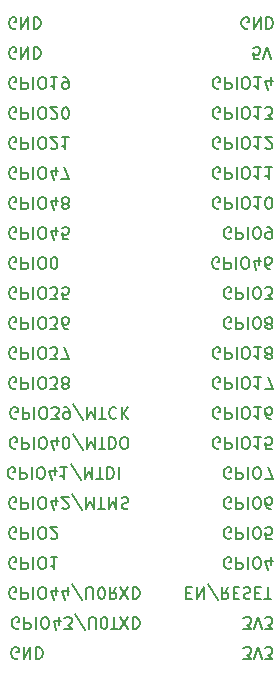
<source format=gbr>
%TF.GenerationSoftware,KiCad,Pcbnew,8.0.6*%
%TF.CreationDate,2024-11-20T16:48:10-08:00*%
%TF.ProjectId,Garage Door Opener,47617261-6765-4204-946f-6f72204f7065,rev?*%
%TF.SameCoordinates,Original*%
%TF.FileFunction,Legend,Bot*%
%TF.FilePolarity,Positive*%
%FSLAX46Y46*%
G04 Gerber Fmt 4.6, Leading zero omitted, Abs format (unit mm)*
G04 Created by KiCad (PCBNEW 8.0.6) date 2024-11-20 16:48:10*
%MOMM*%
%LPD*%
G01*
G04 APERTURE LIST*
%ADD10C,0.150000*%
G04 APERTURE END LIST*
D10*
X74433219Y-68654841D02*
X74337981Y-68702460D01*
X74337981Y-68702460D02*
X74195124Y-68702460D01*
X74195124Y-68702460D02*
X74052267Y-68654841D01*
X74052267Y-68654841D02*
X73957029Y-68559603D01*
X73957029Y-68559603D02*
X73909410Y-68464365D01*
X73909410Y-68464365D02*
X73861791Y-68273889D01*
X73861791Y-68273889D02*
X73861791Y-68131032D01*
X73861791Y-68131032D02*
X73909410Y-67940556D01*
X73909410Y-67940556D02*
X73957029Y-67845318D01*
X73957029Y-67845318D02*
X74052267Y-67750080D01*
X74052267Y-67750080D02*
X74195124Y-67702460D01*
X74195124Y-67702460D02*
X74290362Y-67702460D01*
X74290362Y-67702460D02*
X74433219Y-67750080D01*
X74433219Y-67750080D02*
X74480838Y-67797699D01*
X74480838Y-67797699D02*
X74480838Y-68131032D01*
X74480838Y-68131032D02*
X74290362Y-68131032D01*
X74909410Y-67702460D02*
X74909410Y-68702460D01*
X74909410Y-68702460D02*
X75290362Y-68702460D01*
X75290362Y-68702460D02*
X75385600Y-68654841D01*
X75385600Y-68654841D02*
X75433219Y-68607222D01*
X75433219Y-68607222D02*
X75480838Y-68511984D01*
X75480838Y-68511984D02*
X75480838Y-68369127D01*
X75480838Y-68369127D02*
X75433219Y-68273889D01*
X75433219Y-68273889D02*
X75385600Y-68226270D01*
X75385600Y-68226270D02*
X75290362Y-68178651D01*
X75290362Y-68178651D02*
X74909410Y-68178651D01*
X75909410Y-67702460D02*
X75909410Y-68702460D01*
X76576076Y-68702460D02*
X76766552Y-68702460D01*
X76766552Y-68702460D02*
X76861790Y-68654841D01*
X76861790Y-68654841D02*
X76957028Y-68559603D01*
X76957028Y-68559603D02*
X77004647Y-68369127D01*
X77004647Y-68369127D02*
X77004647Y-68035794D01*
X77004647Y-68035794D02*
X76957028Y-67845318D01*
X76957028Y-67845318D02*
X76861790Y-67750080D01*
X76861790Y-67750080D02*
X76766552Y-67702460D01*
X76766552Y-67702460D02*
X76576076Y-67702460D01*
X76576076Y-67702460D02*
X76480838Y-67750080D01*
X76480838Y-67750080D02*
X76385600Y-67845318D01*
X76385600Y-67845318D02*
X76337981Y-68035794D01*
X76337981Y-68035794D02*
X76337981Y-68369127D01*
X76337981Y-68369127D02*
X76385600Y-68559603D01*
X76385600Y-68559603D02*
X76480838Y-68654841D01*
X76480838Y-68654841D02*
X76576076Y-68702460D01*
X77861790Y-68369127D02*
X77861790Y-67702460D01*
X77623695Y-68750080D02*
X77385600Y-68035794D01*
X77385600Y-68035794D02*
X78004647Y-68035794D01*
X78528457Y-68273889D02*
X78433219Y-68321508D01*
X78433219Y-68321508D02*
X78385600Y-68369127D01*
X78385600Y-68369127D02*
X78337981Y-68464365D01*
X78337981Y-68464365D02*
X78337981Y-68511984D01*
X78337981Y-68511984D02*
X78385600Y-68607222D01*
X78385600Y-68607222D02*
X78433219Y-68654841D01*
X78433219Y-68654841D02*
X78528457Y-68702460D01*
X78528457Y-68702460D02*
X78718933Y-68702460D01*
X78718933Y-68702460D02*
X78814171Y-68654841D01*
X78814171Y-68654841D02*
X78861790Y-68607222D01*
X78861790Y-68607222D02*
X78909409Y-68511984D01*
X78909409Y-68511984D02*
X78909409Y-68464365D01*
X78909409Y-68464365D02*
X78861790Y-68369127D01*
X78861790Y-68369127D02*
X78814171Y-68321508D01*
X78814171Y-68321508D02*
X78718933Y-68273889D01*
X78718933Y-68273889D02*
X78528457Y-68273889D01*
X78528457Y-68273889D02*
X78433219Y-68226270D01*
X78433219Y-68226270D02*
X78385600Y-68178651D01*
X78385600Y-68178651D02*
X78337981Y-68083413D01*
X78337981Y-68083413D02*
X78337981Y-67892937D01*
X78337981Y-67892937D02*
X78385600Y-67797699D01*
X78385600Y-67797699D02*
X78433219Y-67750080D01*
X78433219Y-67750080D02*
X78528457Y-67702460D01*
X78528457Y-67702460D02*
X78718933Y-67702460D01*
X78718933Y-67702460D02*
X78814171Y-67750080D01*
X78814171Y-67750080D02*
X78861790Y-67797699D01*
X78861790Y-67797699D02*
X78909409Y-67892937D01*
X78909409Y-67892937D02*
X78909409Y-68083413D01*
X78909409Y-68083413D02*
X78861790Y-68178651D01*
X78861790Y-68178651D02*
X78814171Y-68226270D01*
X78814171Y-68226270D02*
X78718933Y-68273889D01*
X93709635Y-104262460D02*
X94328682Y-104262460D01*
X94328682Y-104262460D02*
X93995349Y-103881508D01*
X93995349Y-103881508D02*
X94138206Y-103881508D01*
X94138206Y-103881508D02*
X94233444Y-103833889D01*
X94233444Y-103833889D02*
X94281063Y-103786270D01*
X94281063Y-103786270D02*
X94328682Y-103691032D01*
X94328682Y-103691032D02*
X94328682Y-103452937D01*
X94328682Y-103452937D02*
X94281063Y-103357699D01*
X94281063Y-103357699D02*
X94233444Y-103310080D01*
X94233444Y-103310080D02*
X94138206Y-103262460D01*
X94138206Y-103262460D02*
X93852492Y-103262460D01*
X93852492Y-103262460D02*
X93757254Y-103310080D01*
X93757254Y-103310080D02*
X93709635Y-103357699D01*
X94614397Y-104262460D02*
X94947730Y-103262460D01*
X94947730Y-103262460D02*
X95281063Y-104262460D01*
X95519159Y-104262460D02*
X96138206Y-104262460D01*
X96138206Y-104262460D02*
X95804873Y-103881508D01*
X95804873Y-103881508D02*
X95947730Y-103881508D01*
X95947730Y-103881508D02*
X96042968Y-103833889D01*
X96042968Y-103833889D02*
X96090587Y-103786270D01*
X96090587Y-103786270D02*
X96138206Y-103691032D01*
X96138206Y-103691032D02*
X96138206Y-103452937D01*
X96138206Y-103452937D02*
X96090587Y-103357699D01*
X96090587Y-103357699D02*
X96042968Y-103310080D01*
X96042968Y-103310080D02*
X95947730Y-103262460D01*
X95947730Y-103262460D02*
X95662016Y-103262460D01*
X95662016Y-103262460D02*
X95566778Y-103310080D01*
X95566778Y-103310080D02*
X95519159Y-103357699D01*
X74433219Y-58494841D02*
X74337981Y-58542460D01*
X74337981Y-58542460D02*
X74195124Y-58542460D01*
X74195124Y-58542460D02*
X74052267Y-58494841D01*
X74052267Y-58494841D02*
X73957029Y-58399603D01*
X73957029Y-58399603D02*
X73909410Y-58304365D01*
X73909410Y-58304365D02*
X73861791Y-58113889D01*
X73861791Y-58113889D02*
X73861791Y-57971032D01*
X73861791Y-57971032D02*
X73909410Y-57780556D01*
X73909410Y-57780556D02*
X73957029Y-57685318D01*
X73957029Y-57685318D02*
X74052267Y-57590080D01*
X74052267Y-57590080D02*
X74195124Y-57542460D01*
X74195124Y-57542460D02*
X74290362Y-57542460D01*
X74290362Y-57542460D02*
X74433219Y-57590080D01*
X74433219Y-57590080D02*
X74480838Y-57637699D01*
X74480838Y-57637699D02*
X74480838Y-57971032D01*
X74480838Y-57971032D02*
X74290362Y-57971032D01*
X74909410Y-57542460D02*
X74909410Y-58542460D01*
X74909410Y-58542460D02*
X75290362Y-58542460D01*
X75290362Y-58542460D02*
X75385600Y-58494841D01*
X75385600Y-58494841D02*
X75433219Y-58447222D01*
X75433219Y-58447222D02*
X75480838Y-58351984D01*
X75480838Y-58351984D02*
X75480838Y-58209127D01*
X75480838Y-58209127D02*
X75433219Y-58113889D01*
X75433219Y-58113889D02*
X75385600Y-58066270D01*
X75385600Y-58066270D02*
X75290362Y-58018651D01*
X75290362Y-58018651D02*
X74909410Y-58018651D01*
X75909410Y-57542460D02*
X75909410Y-58542460D01*
X76576076Y-58542460D02*
X76766552Y-58542460D01*
X76766552Y-58542460D02*
X76861790Y-58494841D01*
X76861790Y-58494841D02*
X76957028Y-58399603D01*
X76957028Y-58399603D02*
X77004647Y-58209127D01*
X77004647Y-58209127D02*
X77004647Y-57875794D01*
X77004647Y-57875794D02*
X76957028Y-57685318D01*
X76957028Y-57685318D02*
X76861790Y-57590080D01*
X76861790Y-57590080D02*
X76766552Y-57542460D01*
X76766552Y-57542460D02*
X76576076Y-57542460D01*
X76576076Y-57542460D02*
X76480838Y-57590080D01*
X76480838Y-57590080D02*
X76385600Y-57685318D01*
X76385600Y-57685318D02*
X76337981Y-57875794D01*
X76337981Y-57875794D02*
X76337981Y-58209127D01*
X76337981Y-58209127D02*
X76385600Y-58399603D01*
X76385600Y-58399603D02*
X76480838Y-58494841D01*
X76480838Y-58494841D02*
X76576076Y-58542460D01*
X77957028Y-57542460D02*
X77385600Y-57542460D01*
X77671314Y-57542460D02*
X77671314Y-58542460D01*
X77671314Y-58542460D02*
X77576076Y-58399603D01*
X77576076Y-58399603D02*
X77480838Y-58304365D01*
X77480838Y-58304365D02*
X77385600Y-58256746D01*
X78433219Y-57542460D02*
X78623695Y-57542460D01*
X78623695Y-57542460D02*
X78718933Y-57590080D01*
X78718933Y-57590080D02*
X78766552Y-57637699D01*
X78766552Y-57637699D02*
X78861790Y-57780556D01*
X78861790Y-57780556D02*
X78909409Y-57971032D01*
X78909409Y-57971032D02*
X78909409Y-58351984D01*
X78909409Y-58351984D02*
X78861790Y-58447222D01*
X78861790Y-58447222D02*
X78814171Y-58494841D01*
X78814171Y-58494841D02*
X78718933Y-58542460D01*
X78718933Y-58542460D02*
X78528457Y-58542460D01*
X78528457Y-58542460D02*
X78433219Y-58494841D01*
X78433219Y-58494841D02*
X78385600Y-58447222D01*
X78385600Y-58447222D02*
X78337981Y-58351984D01*
X78337981Y-58351984D02*
X78337981Y-58113889D01*
X78337981Y-58113889D02*
X78385600Y-58018651D01*
X78385600Y-58018651D02*
X78433219Y-57971032D01*
X78433219Y-57971032D02*
X78528457Y-57923413D01*
X78528457Y-57923413D02*
X78718933Y-57923413D01*
X78718933Y-57923413D02*
X78814171Y-57971032D01*
X78814171Y-57971032D02*
X78861790Y-58018651D01*
X78861790Y-58018651D02*
X78909409Y-58113889D01*
X91662016Y-63574841D02*
X91566778Y-63622460D01*
X91566778Y-63622460D02*
X91423921Y-63622460D01*
X91423921Y-63622460D02*
X91281064Y-63574841D01*
X91281064Y-63574841D02*
X91185826Y-63479603D01*
X91185826Y-63479603D02*
X91138207Y-63384365D01*
X91138207Y-63384365D02*
X91090588Y-63193889D01*
X91090588Y-63193889D02*
X91090588Y-63051032D01*
X91090588Y-63051032D02*
X91138207Y-62860556D01*
X91138207Y-62860556D02*
X91185826Y-62765318D01*
X91185826Y-62765318D02*
X91281064Y-62670080D01*
X91281064Y-62670080D02*
X91423921Y-62622460D01*
X91423921Y-62622460D02*
X91519159Y-62622460D01*
X91519159Y-62622460D02*
X91662016Y-62670080D01*
X91662016Y-62670080D02*
X91709635Y-62717699D01*
X91709635Y-62717699D02*
X91709635Y-63051032D01*
X91709635Y-63051032D02*
X91519159Y-63051032D01*
X92138207Y-62622460D02*
X92138207Y-63622460D01*
X92138207Y-63622460D02*
X92519159Y-63622460D01*
X92519159Y-63622460D02*
X92614397Y-63574841D01*
X92614397Y-63574841D02*
X92662016Y-63527222D01*
X92662016Y-63527222D02*
X92709635Y-63431984D01*
X92709635Y-63431984D02*
X92709635Y-63289127D01*
X92709635Y-63289127D02*
X92662016Y-63193889D01*
X92662016Y-63193889D02*
X92614397Y-63146270D01*
X92614397Y-63146270D02*
X92519159Y-63098651D01*
X92519159Y-63098651D02*
X92138207Y-63098651D01*
X93138207Y-62622460D02*
X93138207Y-63622460D01*
X93804873Y-63622460D02*
X93995349Y-63622460D01*
X93995349Y-63622460D02*
X94090587Y-63574841D01*
X94090587Y-63574841D02*
X94185825Y-63479603D01*
X94185825Y-63479603D02*
X94233444Y-63289127D01*
X94233444Y-63289127D02*
X94233444Y-62955794D01*
X94233444Y-62955794D02*
X94185825Y-62765318D01*
X94185825Y-62765318D02*
X94090587Y-62670080D01*
X94090587Y-62670080D02*
X93995349Y-62622460D01*
X93995349Y-62622460D02*
X93804873Y-62622460D01*
X93804873Y-62622460D02*
X93709635Y-62670080D01*
X93709635Y-62670080D02*
X93614397Y-62765318D01*
X93614397Y-62765318D02*
X93566778Y-62955794D01*
X93566778Y-62955794D02*
X93566778Y-63289127D01*
X93566778Y-63289127D02*
X93614397Y-63479603D01*
X93614397Y-63479603D02*
X93709635Y-63574841D01*
X93709635Y-63574841D02*
X93804873Y-63622460D01*
X95185825Y-62622460D02*
X94614397Y-62622460D01*
X94900111Y-62622460D02*
X94900111Y-63622460D01*
X94900111Y-63622460D02*
X94804873Y-63479603D01*
X94804873Y-63479603D02*
X94709635Y-63384365D01*
X94709635Y-63384365D02*
X94614397Y-63336746D01*
X95566778Y-63527222D02*
X95614397Y-63574841D01*
X95614397Y-63574841D02*
X95709635Y-63622460D01*
X95709635Y-63622460D02*
X95947730Y-63622460D01*
X95947730Y-63622460D02*
X96042968Y-63574841D01*
X96042968Y-63574841D02*
X96090587Y-63527222D01*
X96090587Y-63527222D02*
X96138206Y-63431984D01*
X96138206Y-63431984D02*
X96138206Y-63336746D01*
X96138206Y-63336746D02*
X96090587Y-63193889D01*
X96090587Y-63193889D02*
X95519159Y-62622460D01*
X95519159Y-62622460D02*
X96138206Y-62622460D01*
X91662016Y-88974841D02*
X91566778Y-89022460D01*
X91566778Y-89022460D02*
X91423921Y-89022460D01*
X91423921Y-89022460D02*
X91281064Y-88974841D01*
X91281064Y-88974841D02*
X91185826Y-88879603D01*
X91185826Y-88879603D02*
X91138207Y-88784365D01*
X91138207Y-88784365D02*
X91090588Y-88593889D01*
X91090588Y-88593889D02*
X91090588Y-88451032D01*
X91090588Y-88451032D02*
X91138207Y-88260556D01*
X91138207Y-88260556D02*
X91185826Y-88165318D01*
X91185826Y-88165318D02*
X91281064Y-88070080D01*
X91281064Y-88070080D02*
X91423921Y-88022460D01*
X91423921Y-88022460D02*
X91519159Y-88022460D01*
X91519159Y-88022460D02*
X91662016Y-88070080D01*
X91662016Y-88070080D02*
X91709635Y-88117699D01*
X91709635Y-88117699D02*
X91709635Y-88451032D01*
X91709635Y-88451032D02*
X91519159Y-88451032D01*
X92138207Y-88022460D02*
X92138207Y-89022460D01*
X92138207Y-89022460D02*
X92519159Y-89022460D01*
X92519159Y-89022460D02*
X92614397Y-88974841D01*
X92614397Y-88974841D02*
X92662016Y-88927222D01*
X92662016Y-88927222D02*
X92709635Y-88831984D01*
X92709635Y-88831984D02*
X92709635Y-88689127D01*
X92709635Y-88689127D02*
X92662016Y-88593889D01*
X92662016Y-88593889D02*
X92614397Y-88546270D01*
X92614397Y-88546270D02*
X92519159Y-88498651D01*
X92519159Y-88498651D02*
X92138207Y-88498651D01*
X93138207Y-88022460D02*
X93138207Y-89022460D01*
X93804873Y-89022460D02*
X93995349Y-89022460D01*
X93995349Y-89022460D02*
X94090587Y-88974841D01*
X94090587Y-88974841D02*
X94185825Y-88879603D01*
X94185825Y-88879603D02*
X94233444Y-88689127D01*
X94233444Y-88689127D02*
X94233444Y-88355794D01*
X94233444Y-88355794D02*
X94185825Y-88165318D01*
X94185825Y-88165318D02*
X94090587Y-88070080D01*
X94090587Y-88070080D02*
X93995349Y-88022460D01*
X93995349Y-88022460D02*
X93804873Y-88022460D01*
X93804873Y-88022460D02*
X93709635Y-88070080D01*
X93709635Y-88070080D02*
X93614397Y-88165318D01*
X93614397Y-88165318D02*
X93566778Y-88355794D01*
X93566778Y-88355794D02*
X93566778Y-88689127D01*
X93566778Y-88689127D02*
X93614397Y-88879603D01*
X93614397Y-88879603D02*
X93709635Y-88974841D01*
X93709635Y-88974841D02*
X93804873Y-89022460D01*
X95185825Y-88022460D02*
X94614397Y-88022460D01*
X94900111Y-88022460D02*
X94900111Y-89022460D01*
X94900111Y-89022460D02*
X94804873Y-88879603D01*
X94804873Y-88879603D02*
X94709635Y-88784365D01*
X94709635Y-88784365D02*
X94614397Y-88736746D01*
X96090587Y-89022460D02*
X95614397Y-89022460D01*
X95614397Y-89022460D02*
X95566778Y-88546270D01*
X95566778Y-88546270D02*
X95614397Y-88593889D01*
X95614397Y-88593889D02*
X95709635Y-88641508D01*
X95709635Y-88641508D02*
X95947730Y-88641508D01*
X95947730Y-88641508D02*
X96042968Y-88593889D01*
X96042968Y-88593889D02*
X96090587Y-88546270D01*
X96090587Y-88546270D02*
X96138206Y-88451032D01*
X96138206Y-88451032D02*
X96138206Y-88212937D01*
X96138206Y-88212937D02*
X96090587Y-88117699D01*
X96090587Y-88117699D02*
X96042968Y-88070080D01*
X96042968Y-88070080D02*
X95947730Y-88022460D01*
X95947730Y-88022460D02*
X95709635Y-88022460D01*
X95709635Y-88022460D02*
X95614397Y-88070080D01*
X95614397Y-88070080D02*
X95566778Y-88117699D01*
X91662016Y-61034841D02*
X91566778Y-61082460D01*
X91566778Y-61082460D02*
X91423921Y-61082460D01*
X91423921Y-61082460D02*
X91281064Y-61034841D01*
X91281064Y-61034841D02*
X91185826Y-60939603D01*
X91185826Y-60939603D02*
X91138207Y-60844365D01*
X91138207Y-60844365D02*
X91090588Y-60653889D01*
X91090588Y-60653889D02*
X91090588Y-60511032D01*
X91090588Y-60511032D02*
X91138207Y-60320556D01*
X91138207Y-60320556D02*
X91185826Y-60225318D01*
X91185826Y-60225318D02*
X91281064Y-60130080D01*
X91281064Y-60130080D02*
X91423921Y-60082460D01*
X91423921Y-60082460D02*
X91519159Y-60082460D01*
X91519159Y-60082460D02*
X91662016Y-60130080D01*
X91662016Y-60130080D02*
X91709635Y-60177699D01*
X91709635Y-60177699D02*
X91709635Y-60511032D01*
X91709635Y-60511032D02*
X91519159Y-60511032D01*
X92138207Y-60082460D02*
X92138207Y-61082460D01*
X92138207Y-61082460D02*
X92519159Y-61082460D01*
X92519159Y-61082460D02*
X92614397Y-61034841D01*
X92614397Y-61034841D02*
X92662016Y-60987222D01*
X92662016Y-60987222D02*
X92709635Y-60891984D01*
X92709635Y-60891984D02*
X92709635Y-60749127D01*
X92709635Y-60749127D02*
X92662016Y-60653889D01*
X92662016Y-60653889D02*
X92614397Y-60606270D01*
X92614397Y-60606270D02*
X92519159Y-60558651D01*
X92519159Y-60558651D02*
X92138207Y-60558651D01*
X93138207Y-60082460D02*
X93138207Y-61082460D01*
X93804873Y-61082460D02*
X93995349Y-61082460D01*
X93995349Y-61082460D02*
X94090587Y-61034841D01*
X94090587Y-61034841D02*
X94185825Y-60939603D01*
X94185825Y-60939603D02*
X94233444Y-60749127D01*
X94233444Y-60749127D02*
X94233444Y-60415794D01*
X94233444Y-60415794D02*
X94185825Y-60225318D01*
X94185825Y-60225318D02*
X94090587Y-60130080D01*
X94090587Y-60130080D02*
X93995349Y-60082460D01*
X93995349Y-60082460D02*
X93804873Y-60082460D01*
X93804873Y-60082460D02*
X93709635Y-60130080D01*
X93709635Y-60130080D02*
X93614397Y-60225318D01*
X93614397Y-60225318D02*
X93566778Y-60415794D01*
X93566778Y-60415794D02*
X93566778Y-60749127D01*
X93566778Y-60749127D02*
X93614397Y-60939603D01*
X93614397Y-60939603D02*
X93709635Y-61034841D01*
X93709635Y-61034841D02*
X93804873Y-61082460D01*
X95185825Y-60082460D02*
X94614397Y-60082460D01*
X94900111Y-60082460D02*
X94900111Y-61082460D01*
X94900111Y-61082460D02*
X94804873Y-60939603D01*
X94804873Y-60939603D02*
X94709635Y-60844365D01*
X94709635Y-60844365D02*
X94614397Y-60796746D01*
X95519159Y-61082460D02*
X96138206Y-61082460D01*
X96138206Y-61082460D02*
X95804873Y-60701508D01*
X95804873Y-60701508D02*
X95947730Y-60701508D01*
X95947730Y-60701508D02*
X96042968Y-60653889D01*
X96042968Y-60653889D02*
X96090587Y-60606270D01*
X96090587Y-60606270D02*
X96138206Y-60511032D01*
X96138206Y-60511032D02*
X96138206Y-60272937D01*
X96138206Y-60272937D02*
X96090587Y-60177699D01*
X96090587Y-60177699D02*
X96042968Y-60130080D01*
X96042968Y-60130080D02*
X95947730Y-60082460D01*
X95947730Y-60082460D02*
X95662016Y-60082460D01*
X95662016Y-60082460D02*
X95566778Y-60130080D01*
X95566778Y-60130080D02*
X95519159Y-60177699D01*
X94110588Y-53417561D02*
X94015350Y-53465180D01*
X94015350Y-53465180D02*
X93872493Y-53465180D01*
X93872493Y-53465180D02*
X93729636Y-53417561D01*
X93729636Y-53417561D02*
X93634398Y-53322323D01*
X93634398Y-53322323D02*
X93586779Y-53227085D01*
X93586779Y-53227085D02*
X93539160Y-53036609D01*
X93539160Y-53036609D02*
X93539160Y-52893752D01*
X93539160Y-52893752D02*
X93586779Y-52703276D01*
X93586779Y-52703276D02*
X93634398Y-52608038D01*
X93634398Y-52608038D02*
X93729636Y-52512800D01*
X93729636Y-52512800D02*
X93872493Y-52465180D01*
X93872493Y-52465180D02*
X93967731Y-52465180D01*
X93967731Y-52465180D02*
X94110588Y-52512800D01*
X94110588Y-52512800D02*
X94158207Y-52560419D01*
X94158207Y-52560419D02*
X94158207Y-52893752D01*
X94158207Y-52893752D02*
X93967731Y-52893752D01*
X94586779Y-52465180D02*
X94586779Y-53465180D01*
X94586779Y-53465180D02*
X95158207Y-52465180D01*
X95158207Y-52465180D02*
X95158207Y-53465180D01*
X95634398Y-52465180D02*
X95634398Y-53465180D01*
X95634398Y-53465180D02*
X95872493Y-53465180D01*
X95872493Y-53465180D02*
X96015350Y-53417561D01*
X96015350Y-53417561D02*
X96110588Y-53322323D01*
X96110588Y-53322323D02*
X96158207Y-53227085D01*
X96158207Y-53227085D02*
X96205826Y-53036609D01*
X96205826Y-53036609D02*
X96205826Y-52893752D01*
X96205826Y-52893752D02*
X96158207Y-52703276D01*
X96158207Y-52703276D02*
X96110588Y-52608038D01*
X96110588Y-52608038D02*
X96015350Y-52512800D01*
X96015350Y-52512800D02*
X95872493Y-52465180D01*
X95872493Y-52465180D02*
X95634398Y-52465180D01*
X92614398Y-91514841D02*
X92519160Y-91562460D01*
X92519160Y-91562460D02*
X92376303Y-91562460D01*
X92376303Y-91562460D02*
X92233446Y-91514841D01*
X92233446Y-91514841D02*
X92138208Y-91419603D01*
X92138208Y-91419603D02*
X92090589Y-91324365D01*
X92090589Y-91324365D02*
X92042970Y-91133889D01*
X92042970Y-91133889D02*
X92042970Y-90991032D01*
X92042970Y-90991032D02*
X92090589Y-90800556D01*
X92090589Y-90800556D02*
X92138208Y-90705318D01*
X92138208Y-90705318D02*
X92233446Y-90610080D01*
X92233446Y-90610080D02*
X92376303Y-90562460D01*
X92376303Y-90562460D02*
X92471541Y-90562460D01*
X92471541Y-90562460D02*
X92614398Y-90610080D01*
X92614398Y-90610080D02*
X92662017Y-90657699D01*
X92662017Y-90657699D02*
X92662017Y-90991032D01*
X92662017Y-90991032D02*
X92471541Y-90991032D01*
X93090589Y-90562460D02*
X93090589Y-91562460D01*
X93090589Y-91562460D02*
X93471541Y-91562460D01*
X93471541Y-91562460D02*
X93566779Y-91514841D01*
X93566779Y-91514841D02*
X93614398Y-91467222D01*
X93614398Y-91467222D02*
X93662017Y-91371984D01*
X93662017Y-91371984D02*
X93662017Y-91229127D01*
X93662017Y-91229127D02*
X93614398Y-91133889D01*
X93614398Y-91133889D02*
X93566779Y-91086270D01*
X93566779Y-91086270D02*
X93471541Y-91038651D01*
X93471541Y-91038651D02*
X93090589Y-91038651D01*
X94090589Y-90562460D02*
X94090589Y-91562460D01*
X94757255Y-91562460D02*
X94947731Y-91562460D01*
X94947731Y-91562460D02*
X95042969Y-91514841D01*
X95042969Y-91514841D02*
X95138207Y-91419603D01*
X95138207Y-91419603D02*
X95185826Y-91229127D01*
X95185826Y-91229127D02*
X95185826Y-90895794D01*
X95185826Y-90895794D02*
X95138207Y-90705318D01*
X95138207Y-90705318D02*
X95042969Y-90610080D01*
X95042969Y-90610080D02*
X94947731Y-90562460D01*
X94947731Y-90562460D02*
X94757255Y-90562460D01*
X94757255Y-90562460D02*
X94662017Y-90610080D01*
X94662017Y-90610080D02*
X94566779Y-90705318D01*
X94566779Y-90705318D02*
X94519160Y-90895794D01*
X94519160Y-90895794D02*
X94519160Y-91229127D01*
X94519160Y-91229127D02*
X94566779Y-91419603D01*
X94566779Y-91419603D02*
X94662017Y-91514841D01*
X94662017Y-91514841D02*
X94757255Y-91562460D01*
X95519160Y-91562460D02*
X96185826Y-91562460D01*
X96185826Y-91562460D02*
X95757255Y-90562460D01*
X74433219Y-63574841D02*
X74337981Y-63622460D01*
X74337981Y-63622460D02*
X74195124Y-63622460D01*
X74195124Y-63622460D02*
X74052267Y-63574841D01*
X74052267Y-63574841D02*
X73957029Y-63479603D01*
X73957029Y-63479603D02*
X73909410Y-63384365D01*
X73909410Y-63384365D02*
X73861791Y-63193889D01*
X73861791Y-63193889D02*
X73861791Y-63051032D01*
X73861791Y-63051032D02*
X73909410Y-62860556D01*
X73909410Y-62860556D02*
X73957029Y-62765318D01*
X73957029Y-62765318D02*
X74052267Y-62670080D01*
X74052267Y-62670080D02*
X74195124Y-62622460D01*
X74195124Y-62622460D02*
X74290362Y-62622460D01*
X74290362Y-62622460D02*
X74433219Y-62670080D01*
X74433219Y-62670080D02*
X74480838Y-62717699D01*
X74480838Y-62717699D02*
X74480838Y-63051032D01*
X74480838Y-63051032D02*
X74290362Y-63051032D01*
X74909410Y-62622460D02*
X74909410Y-63622460D01*
X74909410Y-63622460D02*
X75290362Y-63622460D01*
X75290362Y-63622460D02*
X75385600Y-63574841D01*
X75385600Y-63574841D02*
X75433219Y-63527222D01*
X75433219Y-63527222D02*
X75480838Y-63431984D01*
X75480838Y-63431984D02*
X75480838Y-63289127D01*
X75480838Y-63289127D02*
X75433219Y-63193889D01*
X75433219Y-63193889D02*
X75385600Y-63146270D01*
X75385600Y-63146270D02*
X75290362Y-63098651D01*
X75290362Y-63098651D02*
X74909410Y-63098651D01*
X75909410Y-62622460D02*
X75909410Y-63622460D01*
X76576076Y-63622460D02*
X76766552Y-63622460D01*
X76766552Y-63622460D02*
X76861790Y-63574841D01*
X76861790Y-63574841D02*
X76957028Y-63479603D01*
X76957028Y-63479603D02*
X77004647Y-63289127D01*
X77004647Y-63289127D02*
X77004647Y-62955794D01*
X77004647Y-62955794D02*
X76957028Y-62765318D01*
X76957028Y-62765318D02*
X76861790Y-62670080D01*
X76861790Y-62670080D02*
X76766552Y-62622460D01*
X76766552Y-62622460D02*
X76576076Y-62622460D01*
X76576076Y-62622460D02*
X76480838Y-62670080D01*
X76480838Y-62670080D02*
X76385600Y-62765318D01*
X76385600Y-62765318D02*
X76337981Y-62955794D01*
X76337981Y-62955794D02*
X76337981Y-63289127D01*
X76337981Y-63289127D02*
X76385600Y-63479603D01*
X76385600Y-63479603D02*
X76480838Y-63574841D01*
X76480838Y-63574841D02*
X76576076Y-63622460D01*
X77385600Y-63527222D02*
X77433219Y-63574841D01*
X77433219Y-63574841D02*
X77528457Y-63622460D01*
X77528457Y-63622460D02*
X77766552Y-63622460D01*
X77766552Y-63622460D02*
X77861790Y-63574841D01*
X77861790Y-63574841D02*
X77909409Y-63527222D01*
X77909409Y-63527222D02*
X77957028Y-63431984D01*
X77957028Y-63431984D02*
X77957028Y-63336746D01*
X77957028Y-63336746D02*
X77909409Y-63193889D01*
X77909409Y-63193889D02*
X77337981Y-62622460D01*
X77337981Y-62622460D02*
X77957028Y-62622460D01*
X78909409Y-62622460D02*
X78337981Y-62622460D01*
X78623695Y-62622460D02*
X78623695Y-63622460D01*
X78623695Y-63622460D02*
X78528457Y-63479603D01*
X78528457Y-63479603D02*
X78433219Y-63384365D01*
X78433219Y-63384365D02*
X78337981Y-63336746D01*
X92614398Y-94054841D02*
X92519160Y-94102460D01*
X92519160Y-94102460D02*
X92376303Y-94102460D01*
X92376303Y-94102460D02*
X92233446Y-94054841D01*
X92233446Y-94054841D02*
X92138208Y-93959603D01*
X92138208Y-93959603D02*
X92090589Y-93864365D01*
X92090589Y-93864365D02*
X92042970Y-93673889D01*
X92042970Y-93673889D02*
X92042970Y-93531032D01*
X92042970Y-93531032D02*
X92090589Y-93340556D01*
X92090589Y-93340556D02*
X92138208Y-93245318D01*
X92138208Y-93245318D02*
X92233446Y-93150080D01*
X92233446Y-93150080D02*
X92376303Y-93102460D01*
X92376303Y-93102460D02*
X92471541Y-93102460D01*
X92471541Y-93102460D02*
X92614398Y-93150080D01*
X92614398Y-93150080D02*
X92662017Y-93197699D01*
X92662017Y-93197699D02*
X92662017Y-93531032D01*
X92662017Y-93531032D02*
X92471541Y-93531032D01*
X93090589Y-93102460D02*
X93090589Y-94102460D01*
X93090589Y-94102460D02*
X93471541Y-94102460D01*
X93471541Y-94102460D02*
X93566779Y-94054841D01*
X93566779Y-94054841D02*
X93614398Y-94007222D01*
X93614398Y-94007222D02*
X93662017Y-93911984D01*
X93662017Y-93911984D02*
X93662017Y-93769127D01*
X93662017Y-93769127D02*
X93614398Y-93673889D01*
X93614398Y-93673889D02*
X93566779Y-93626270D01*
X93566779Y-93626270D02*
X93471541Y-93578651D01*
X93471541Y-93578651D02*
X93090589Y-93578651D01*
X94090589Y-93102460D02*
X94090589Y-94102460D01*
X94757255Y-94102460D02*
X94947731Y-94102460D01*
X94947731Y-94102460D02*
X95042969Y-94054841D01*
X95042969Y-94054841D02*
X95138207Y-93959603D01*
X95138207Y-93959603D02*
X95185826Y-93769127D01*
X95185826Y-93769127D02*
X95185826Y-93435794D01*
X95185826Y-93435794D02*
X95138207Y-93245318D01*
X95138207Y-93245318D02*
X95042969Y-93150080D01*
X95042969Y-93150080D02*
X94947731Y-93102460D01*
X94947731Y-93102460D02*
X94757255Y-93102460D01*
X94757255Y-93102460D02*
X94662017Y-93150080D01*
X94662017Y-93150080D02*
X94566779Y-93245318D01*
X94566779Y-93245318D02*
X94519160Y-93435794D01*
X94519160Y-93435794D02*
X94519160Y-93769127D01*
X94519160Y-93769127D02*
X94566779Y-93959603D01*
X94566779Y-93959603D02*
X94662017Y-94054841D01*
X94662017Y-94054841D02*
X94757255Y-94102460D01*
X96042969Y-94102460D02*
X95852493Y-94102460D01*
X95852493Y-94102460D02*
X95757255Y-94054841D01*
X95757255Y-94054841D02*
X95709636Y-94007222D01*
X95709636Y-94007222D02*
X95614398Y-93864365D01*
X95614398Y-93864365D02*
X95566779Y-93673889D01*
X95566779Y-93673889D02*
X95566779Y-93292937D01*
X95566779Y-93292937D02*
X95614398Y-93197699D01*
X95614398Y-93197699D02*
X95662017Y-93150080D01*
X95662017Y-93150080D02*
X95757255Y-93102460D01*
X95757255Y-93102460D02*
X95947731Y-93102460D01*
X95947731Y-93102460D02*
X96042969Y-93150080D01*
X96042969Y-93150080D02*
X96090588Y-93197699D01*
X96090588Y-93197699D02*
X96138207Y-93292937D01*
X96138207Y-93292937D02*
X96138207Y-93531032D01*
X96138207Y-93531032D02*
X96090588Y-93626270D01*
X96090588Y-93626270D02*
X96042969Y-93673889D01*
X96042969Y-93673889D02*
X95947731Y-93721508D01*
X95947731Y-93721508D02*
X95757255Y-93721508D01*
X95757255Y-93721508D02*
X95662017Y-93673889D01*
X95662017Y-93673889D02*
X95614398Y-93626270D01*
X95614398Y-93626270D02*
X95566779Y-93531032D01*
X74528458Y-86434841D02*
X74433220Y-86482460D01*
X74433220Y-86482460D02*
X74290363Y-86482460D01*
X74290363Y-86482460D02*
X74147506Y-86434841D01*
X74147506Y-86434841D02*
X74052268Y-86339603D01*
X74052268Y-86339603D02*
X74004649Y-86244365D01*
X74004649Y-86244365D02*
X73957030Y-86053889D01*
X73957030Y-86053889D02*
X73957030Y-85911032D01*
X73957030Y-85911032D02*
X74004649Y-85720556D01*
X74004649Y-85720556D02*
X74052268Y-85625318D01*
X74052268Y-85625318D02*
X74147506Y-85530080D01*
X74147506Y-85530080D02*
X74290363Y-85482460D01*
X74290363Y-85482460D02*
X74385601Y-85482460D01*
X74385601Y-85482460D02*
X74528458Y-85530080D01*
X74528458Y-85530080D02*
X74576077Y-85577699D01*
X74576077Y-85577699D02*
X74576077Y-85911032D01*
X74576077Y-85911032D02*
X74385601Y-85911032D01*
X75004649Y-85482460D02*
X75004649Y-86482460D01*
X75004649Y-86482460D02*
X75385601Y-86482460D01*
X75385601Y-86482460D02*
X75480839Y-86434841D01*
X75480839Y-86434841D02*
X75528458Y-86387222D01*
X75528458Y-86387222D02*
X75576077Y-86291984D01*
X75576077Y-86291984D02*
X75576077Y-86149127D01*
X75576077Y-86149127D02*
X75528458Y-86053889D01*
X75528458Y-86053889D02*
X75480839Y-86006270D01*
X75480839Y-86006270D02*
X75385601Y-85958651D01*
X75385601Y-85958651D02*
X75004649Y-85958651D01*
X76004649Y-85482460D02*
X76004649Y-86482460D01*
X76671315Y-86482460D02*
X76861791Y-86482460D01*
X76861791Y-86482460D02*
X76957029Y-86434841D01*
X76957029Y-86434841D02*
X77052267Y-86339603D01*
X77052267Y-86339603D02*
X77099886Y-86149127D01*
X77099886Y-86149127D02*
X77099886Y-85815794D01*
X77099886Y-85815794D02*
X77052267Y-85625318D01*
X77052267Y-85625318D02*
X76957029Y-85530080D01*
X76957029Y-85530080D02*
X76861791Y-85482460D01*
X76861791Y-85482460D02*
X76671315Y-85482460D01*
X76671315Y-85482460D02*
X76576077Y-85530080D01*
X76576077Y-85530080D02*
X76480839Y-85625318D01*
X76480839Y-85625318D02*
X76433220Y-85815794D01*
X76433220Y-85815794D02*
X76433220Y-86149127D01*
X76433220Y-86149127D02*
X76480839Y-86339603D01*
X76480839Y-86339603D02*
X76576077Y-86434841D01*
X76576077Y-86434841D02*
X76671315Y-86482460D01*
X77433220Y-86482460D02*
X78052267Y-86482460D01*
X78052267Y-86482460D02*
X77718934Y-86101508D01*
X77718934Y-86101508D02*
X77861791Y-86101508D01*
X77861791Y-86101508D02*
X77957029Y-86053889D01*
X77957029Y-86053889D02*
X78004648Y-86006270D01*
X78004648Y-86006270D02*
X78052267Y-85911032D01*
X78052267Y-85911032D02*
X78052267Y-85672937D01*
X78052267Y-85672937D02*
X78004648Y-85577699D01*
X78004648Y-85577699D02*
X77957029Y-85530080D01*
X77957029Y-85530080D02*
X77861791Y-85482460D01*
X77861791Y-85482460D02*
X77576077Y-85482460D01*
X77576077Y-85482460D02*
X77480839Y-85530080D01*
X77480839Y-85530080D02*
X77433220Y-85577699D01*
X78528458Y-85482460D02*
X78718934Y-85482460D01*
X78718934Y-85482460D02*
X78814172Y-85530080D01*
X78814172Y-85530080D02*
X78861791Y-85577699D01*
X78861791Y-85577699D02*
X78957029Y-85720556D01*
X78957029Y-85720556D02*
X79004648Y-85911032D01*
X79004648Y-85911032D02*
X79004648Y-86291984D01*
X79004648Y-86291984D02*
X78957029Y-86387222D01*
X78957029Y-86387222D02*
X78909410Y-86434841D01*
X78909410Y-86434841D02*
X78814172Y-86482460D01*
X78814172Y-86482460D02*
X78623696Y-86482460D01*
X78623696Y-86482460D02*
X78528458Y-86434841D01*
X78528458Y-86434841D02*
X78480839Y-86387222D01*
X78480839Y-86387222D02*
X78433220Y-86291984D01*
X78433220Y-86291984D02*
X78433220Y-86053889D01*
X78433220Y-86053889D02*
X78480839Y-85958651D01*
X78480839Y-85958651D02*
X78528458Y-85911032D01*
X78528458Y-85911032D02*
X78623696Y-85863413D01*
X78623696Y-85863413D02*
X78814172Y-85863413D01*
X78814172Y-85863413D02*
X78909410Y-85911032D01*
X78909410Y-85911032D02*
X78957029Y-85958651D01*
X78957029Y-85958651D02*
X79004648Y-86053889D01*
X80147505Y-86530080D02*
X79290363Y-85244365D01*
X80480839Y-85482460D02*
X80480839Y-86482460D01*
X80480839Y-86482460D02*
X80814172Y-85768175D01*
X80814172Y-85768175D02*
X81147505Y-86482460D01*
X81147505Y-86482460D02*
X81147505Y-85482460D01*
X81480839Y-86482460D02*
X82052267Y-86482460D01*
X81766553Y-85482460D02*
X81766553Y-86482460D01*
X82957029Y-85577699D02*
X82909410Y-85530080D01*
X82909410Y-85530080D02*
X82766553Y-85482460D01*
X82766553Y-85482460D02*
X82671315Y-85482460D01*
X82671315Y-85482460D02*
X82528458Y-85530080D01*
X82528458Y-85530080D02*
X82433220Y-85625318D01*
X82433220Y-85625318D02*
X82385601Y-85720556D01*
X82385601Y-85720556D02*
X82337982Y-85911032D01*
X82337982Y-85911032D02*
X82337982Y-86053889D01*
X82337982Y-86053889D02*
X82385601Y-86244365D01*
X82385601Y-86244365D02*
X82433220Y-86339603D01*
X82433220Y-86339603D02*
X82528458Y-86434841D01*
X82528458Y-86434841D02*
X82671315Y-86482460D01*
X82671315Y-86482460D02*
X82766553Y-86482460D01*
X82766553Y-86482460D02*
X82909410Y-86434841D01*
X82909410Y-86434841D02*
X82957029Y-86387222D01*
X83385601Y-85482460D02*
X83385601Y-86482460D01*
X83957029Y-85482460D02*
X83528458Y-86053889D01*
X83957029Y-86482460D02*
X83385601Y-85911032D01*
X74433220Y-94054841D02*
X74337982Y-94102460D01*
X74337982Y-94102460D02*
X74195125Y-94102460D01*
X74195125Y-94102460D02*
X74052268Y-94054841D01*
X74052268Y-94054841D02*
X73957030Y-93959603D01*
X73957030Y-93959603D02*
X73909411Y-93864365D01*
X73909411Y-93864365D02*
X73861792Y-93673889D01*
X73861792Y-93673889D02*
X73861792Y-93531032D01*
X73861792Y-93531032D02*
X73909411Y-93340556D01*
X73909411Y-93340556D02*
X73957030Y-93245318D01*
X73957030Y-93245318D02*
X74052268Y-93150080D01*
X74052268Y-93150080D02*
X74195125Y-93102460D01*
X74195125Y-93102460D02*
X74290363Y-93102460D01*
X74290363Y-93102460D02*
X74433220Y-93150080D01*
X74433220Y-93150080D02*
X74480839Y-93197699D01*
X74480839Y-93197699D02*
X74480839Y-93531032D01*
X74480839Y-93531032D02*
X74290363Y-93531032D01*
X74909411Y-93102460D02*
X74909411Y-94102460D01*
X74909411Y-94102460D02*
X75290363Y-94102460D01*
X75290363Y-94102460D02*
X75385601Y-94054841D01*
X75385601Y-94054841D02*
X75433220Y-94007222D01*
X75433220Y-94007222D02*
X75480839Y-93911984D01*
X75480839Y-93911984D02*
X75480839Y-93769127D01*
X75480839Y-93769127D02*
X75433220Y-93673889D01*
X75433220Y-93673889D02*
X75385601Y-93626270D01*
X75385601Y-93626270D02*
X75290363Y-93578651D01*
X75290363Y-93578651D02*
X74909411Y-93578651D01*
X75909411Y-93102460D02*
X75909411Y-94102460D01*
X76576077Y-94102460D02*
X76766553Y-94102460D01*
X76766553Y-94102460D02*
X76861791Y-94054841D01*
X76861791Y-94054841D02*
X76957029Y-93959603D01*
X76957029Y-93959603D02*
X77004648Y-93769127D01*
X77004648Y-93769127D02*
X77004648Y-93435794D01*
X77004648Y-93435794D02*
X76957029Y-93245318D01*
X76957029Y-93245318D02*
X76861791Y-93150080D01*
X76861791Y-93150080D02*
X76766553Y-93102460D01*
X76766553Y-93102460D02*
X76576077Y-93102460D01*
X76576077Y-93102460D02*
X76480839Y-93150080D01*
X76480839Y-93150080D02*
X76385601Y-93245318D01*
X76385601Y-93245318D02*
X76337982Y-93435794D01*
X76337982Y-93435794D02*
X76337982Y-93769127D01*
X76337982Y-93769127D02*
X76385601Y-93959603D01*
X76385601Y-93959603D02*
X76480839Y-94054841D01*
X76480839Y-94054841D02*
X76576077Y-94102460D01*
X77861791Y-93769127D02*
X77861791Y-93102460D01*
X77623696Y-94150080D02*
X77385601Y-93435794D01*
X77385601Y-93435794D02*
X78004648Y-93435794D01*
X78337982Y-94007222D02*
X78385601Y-94054841D01*
X78385601Y-94054841D02*
X78480839Y-94102460D01*
X78480839Y-94102460D02*
X78718934Y-94102460D01*
X78718934Y-94102460D02*
X78814172Y-94054841D01*
X78814172Y-94054841D02*
X78861791Y-94007222D01*
X78861791Y-94007222D02*
X78909410Y-93911984D01*
X78909410Y-93911984D02*
X78909410Y-93816746D01*
X78909410Y-93816746D02*
X78861791Y-93673889D01*
X78861791Y-93673889D02*
X78290363Y-93102460D01*
X78290363Y-93102460D02*
X78909410Y-93102460D01*
X80052267Y-94150080D02*
X79195125Y-92864365D01*
X80385601Y-93102460D02*
X80385601Y-94102460D01*
X80385601Y-94102460D02*
X80718934Y-93388175D01*
X80718934Y-93388175D02*
X81052267Y-94102460D01*
X81052267Y-94102460D02*
X81052267Y-93102460D01*
X81385601Y-94102460D02*
X81957029Y-94102460D01*
X81671315Y-93102460D02*
X81671315Y-94102460D01*
X82290363Y-93102460D02*
X82290363Y-94102460D01*
X82290363Y-94102460D02*
X82623696Y-93388175D01*
X82623696Y-93388175D02*
X82957029Y-94102460D01*
X82957029Y-94102460D02*
X82957029Y-93102460D01*
X83385601Y-93150080D02*
X83528458Y-93102460D01*
X83528458Y-93102460D02*
X83766553Y-93102460D01*
X83766553Y-93102460D02*
X83861791Y-93150080D01*
X83861791Y-93150080D02*
X83909410Y-93197699D01*
X83909410Y-93197699D02*
X83957029Y-93292937D01*
X83957029Y-93292937D02*
X83957029Y-93388175D01*
X83957029Y-93388175D02*
X83909410Y-93483413D01*
X83909410Y-93483413D02*
X83861791Y-93531032D01*
X83861791Y-93531032D02*
X83766553Y-93578651D01*
X83766553Y-93578651D02*
X83576077Y-93626270D01*
X83576077Y-93626270D02*
X83480839Y-93673889D01*
X83480839Y-93673889D02*
X83433220Y-93721508D01*
X83433220Y-93721508D02*
X83385601Y-93816746D01*
X83385601Y-93816746D02*
X83385601Y-93911984D01*
X83385601Y-93911984D02*
X83433220Y-94007222D01*
X83433220Y-94007222D02*
X83480839Y-94054841D01*
X83480839Y-94054841D02*
X83576077Y-94102460D01*
X83576077Y-94102460D02*
X83814172Y-94102460D01*
X83814172Y-94102460D02*
X83957029Y-94054841D01*
X74433219Y-78814841D02*
X74337981Y-78862460D01*
X74337981Y-78862460D02*
X74195124Y-78862460D01*
X74195124Y-78862460D02*
X74052267Y-78814841D01*
X74052267Y-78814841D02*
X73957029Y-78719603D01*
X73957029Y-78719603D02*
X73909410Y-78624365D01*
X73909410Y-78624365D02*
X73861791Y-78433889D01*
X73861791Y-78433889D02*
X73861791Y-78291032D01*
X73861791Y-78291032D02*
X73909410Y-78100556D01*
X73909410Y-78100556D02*
X73957029Y-78005318D01*
X73957029Y-78005318D02*
X74052267Y-77910080D01*
X74052267Y-77910080D02*
X74195124Y-77862460D01*
X74195124Y-77862460D02*
X74290362Y-77862460D01*
X74290362Y-77862460D02*
X74433219Y-77910080D01*
X74433219Y-77910080D02*
X74480838Y-77957699D01*
X74480838Y-77957699D02*
X74480838Y-78291032D01*
X74480838Y-78291032D02*
X74290362Y-78291032D01*
X74909410Y-77862460D02*
X74909410Y-78862460D01*
X74909410Y-78862460D02*
X75290362Y-78862460D01*
X75290362Y-78862460D02*
X75385600Y-78814841D01*
X75385600Y-78814841D02*
X75433219Y-78767222D01*
X75433219Y-78767222D02*
X75480838Y-78671984D01*
X75480838Y-78671984D02*
X75480838Y-78529127D01*
X75480838Y-78529127D02*
X75433219Y-78433889D01*
X75433219Y-78433889D02*
X75385600Y-78386270D01*
X75385600Y-78386270D02*
X75290362Y-78338651D01*
X75290362Y-78338651D02*
X74909410Y-78338651D01*
X75909410Y-77862460D02*
X75909410Y-78862460D01*
X76576076Y-78862460D02*
X76766552Y-78862460D01*
X76766552Y-78862460D02*
X76861790Y-78814841D01*
X76861790Y-78814841D02*
X76957028Y-78719603D01*
X76957028Y-78719603D02*
X77004647Y-78529127D01*
X77004647Y-78529127D02*
X77004647Y-78195794D01*
X77004647Y-78195794D02*
X76957028Y-78005318D01*
X76957028Y-78005318D02*
X76861790Y-77910080D01*
X76861790Y-77910080D02*
X76766552Y-77862460D01*
X76766552Y-77862460D02*
X76576076Y-77862460D01*
X76576076Y-77862460D02*
X76480838Y-77910080D01*
X76480838Y-77910080D02*
X76385600Y-78005318D01*
X76385600Y-78005318D02*
X76337981Y-78195794D01*
X76337981Y-78195794D02*
X76337981Y-78529127D01*
X76337981Y-78529127D02*
X76385600Y-78719603D01*
X76385600Y-78719603D02*
X76480838Y-78814841D01*
X76480838Y-78814841D02*
X76576076Y-78862460D01*
X77337981Y-78862460D02*
X77957028Y-78862460D01*
X77957028Y-78862460D02*
X77623695Y-78481508D01*
X77623695Y-78481508D02*
X77766552Y-78481508D01*
X77766552Y-78481508D02*
X77861790Y-78433889D01*
X77861790Y-78433889D02*
X77909409Y-78386270D01*
X77909409Y-78386270D02*
X77957028Y-78291032D01*
X77957028Y-78291032D02*
X77957028Y-78052937D01*
X77957028Y-78052937D02*
X77909409Y-77957699D01*
X77909409Y-77957699D02*
X77861790Y-77910080D01*
X77861790Y-77910080D02*
X77766552Y-77862460D01*
X77766552Y-77862460D02*
X77480838Y-77862460D01*
X77480838Y-77862460D02*
X77385600Y-77910080D01*
X77385600Y-77910080D02*
X77337981Y-77957699D01*
X78814171Y-78862460D02*
X78623695Y-78862460D01*
X78623695Y-78862460D02*
X78528457Y-78814841D01*
X78528457Y-78814841D02*
X78480838Y-78767222D01*
X78480838Y-78767222D02*
X78385600Y-78624365D01*
X78385600Y-78624365D02*
X78337981Y-78433889D01*
X78337981Y-78433889D02*
X78337981Y-78052937D01*
X78337981Y-78052937D02*
X78385600Y-77957699D01*
X78385600Y-77957699D02*
X78433219Y-77910080D01*
X78433219Y-77910080D02*
X78528457Y-77862460D01*
X78528457Y-77862460D02*
X78718933Y-77862460D01*
X78718933Y-77862460D02*
X78814171Y-77910080D01*
X78814171Y-77910080D02*
X78861790Y-77957699D01*
X78861790Y-77957699D02*
X78909409Y-78052937D01*
X78909409Y-78052937D02*
X78909409Y-78291032D01*
X78909409Y-78291032D02*
X78861790Y-78386270D01*
X78861790Y-78386270D02*
X78814171Y-78433889D01*
X78814171Y-78433889D02*
X78718933Y-78481508D01*
X78718933Y-78481508D02*
X78528457Y-78481508D01*
X78528457Y-78481508D02*
X78433219Y-78433889D01*
X78433219Y-78433889D02*
X78385600Y-78386270D01*
X78385600Y-78386270D02*
X78337981Y-78291032D01*
X91662016Y-58494841D02*
X91566778Y-58542460D01*
X91566778Y-58542460D02*
X91423921Y-58542460D01*
X91423921Y-58542460D02*
X91281064Y-58494841D01*
X91281064Y-58494841D02*
X91185826Y-58399603D01*
X91185826Y-58399603D02*
X91138207Y-58304365D01*
X91138207Y-58304365D02*
X91090588Y-58113889D01*
X91090588Y-58113889D02*
X91090588Y-57971032D01*
X91090588Y-57971032D02*
X91138207Y-57780556D01*
X91138207Y-57780556D02*
X91185826Y-57685318D01*
X91185826Y-57685318D02*
X91281064Y-57590080D01*
X91281064Y-57590080D02*
X91423921Y-57542460D01*
X91423921Y-57542460D02*
X91519159Y-57542460D01*
X91519159Y-57542460D02*
X91662016Y-57590080D01*
X91662016Y-57590080D02*
X91709635Y-57637699D01*
X91709635Y-57637699D02*
X91709635Y-57971032D01*
X91709635Y-57971032D02*
X91519159Y-57971032D01*
X92138207Y-57542460D02*
X92138207Y-58542460D01*
X92138207Y-58542460D02*
X92519159Y-58542460D01*
X92519159Y-58542460D02*
X92614397Y-58494841D01*
X92614397Y-58494841D02*
X92662016Y-58447222D01*
X92662016Y-58447222D02*
X92709635Y-58351984D01*
X92709635Y-58351984D02*
X92709635Y-58209127D01*
X92709635Y-58209127D02*
X92662016Y-58113889D01*
X92662016Y-58113889D02*
X92614397Y-58066270D01*
X92614397Y-58066270D02*
X92519159Y-58018651D01*
X92519159Y-58018651D02*
X92138207Y-58018651D01*
X93138207Y-57542460D02*
X93138207Y-58542460D01*
X93804873Y-58542460D02*
X93995349Y-58542460D01*
X93995349Y-58542460D02*
X94090587Y-58494841D01*
X94090587Y-58494841D02*
X94185825Y-58399603D01*
X94185825Y-58399603D02*
X94233444Y-58209127D01*
X94233444Y-58209127D02*
X94233444Y-57875794D01*
X94233444Y-57875794D02*
X94185825Y-57685318D01*
X94185825Y-57685318D02*
X94090587Y-57590080D01*
X94090587Y-57590080D02*
X93995349Y-57542460D01*
X93995349Y-57542460D02*
X93804873Y-57542460D01*
X93804873Y-57542460D02*
X93709635Y-57590080D01*
X93709635Y-57590080D02*
X93614397Y-57685318D01*
X93614397Y-57685318D02*
X93566778Y-57875794D01*
X93566778Y-57875794D02*
X93566778Y-58209127D01*
X93566778Y-58209127D02*
X93614397Y-58399603D01*
X93614397Y-58399603D02*
X93709635Y-58494841D01*
X93709635Y-58494841D02*
X93804873Y-58542460D01*
X95185825Y-57542460D02*
X94614397Y-57542460D01*
X94900111Y-57542460D02*
X94900111Y-58542460D01*
X94900111Y-58542460D02*
X94804873Y-58399603D01*
X94804873Y-58399603D02*
X94709635Y-58304365D01*
X94709635Y-58304365D02*
X94614397Y-58256746D01*
X96042968Y-58209127D02*
X96042968Y-57542460D01*
X95804873Y-58590080D02*
X95566778Y-57875794D01*
X95566778Y-57875794D02*
X96185825Y-57875794D01*
X92614398Y-78814841D02*
X92519160Y-78862460D01*
X92519160Y-78862460D02*
X92376303Y-78862460D01*
X92376303Y-78862460D02*
X92233446Y-78814841D01*
X92233446Y-78814841D02*
X92138208Y-78719603D01*
X92138208Y-78719603D02*
X92090589Y-78624365D01*
X92090589Y-78624365D02*
X92042970Y-78433889D01*
X92042970Y-78433889D02*
X92042970Y-78291032D01*
X92042970Y-78291032D02*
X92090589Y-78100556D01*
X92090589Y-78100556D02*
X92138208Y-78005318D01*
X92138208Y-78005318D02*
X92233446Y-77910080D01*
X92233446Y-77910080D02*
X92376303Y-77862460D01*
X92376303Y-77862460D02*
X92471541Y-77862460D01*
X92471541Y-77862460D02*
X92614398Y-77910080D01*
X92614398Y-77910080D02*
X92662017Y-77957699D01*
X92662017Y-77957699D02*
X92662017Y-78291032D01*
X92662017Y-78291032D02*
X92471541Y-78291032D01*
X93090589Y-77862460D02*
X93090589Y-78862460D01*
X93090589Y-78862460D02*
X93471541Y-78862460D01*
X93471541Y-78862460D02*
X93566779Y-78814841D01*
X93566779Y-78814841D02*
X93614398Y-78767222D01*
X93614398Y-78767222D02*
X93662017Y-78671984D01*
X93662017Y-78671984D02*
X93662017Y-78529127D01*
X93662017Y-78529127D02*
X93614398Y-78433889D01*
X93614398Y-78433889D02*
X93566779Y-78386270D01*
X93566779Y-78386270D02*
X93471541Y-78338651D01*
X93471541Y-78338651D02*
X93090589Y-78338651D01*
X94090589Y-77862460D02*
X94090589Y-78862460D01*
X94757255Y-78862460D02*
X94947731Y-78862460D01*
X94947731Y-78862460D02*
X95042969Y-78814841D01*
X95042969Y-78814841D02*
X95138207Y-78719603D01*
X95138207Y-78719603D02*
X95185826Y-78529127D01*
X95185826Y-78529127D02*
X95185826Y-78195794D01*
X95185826Y-78195794D02*
X95138207Y-78005318D01*
X95138207Y-78005318D02*
X95042969Y-77910080D01*
X95042969Y-77910080D02*
X94947731Y-77862460D01*
X94947731Y-77862460D02*
X94757255Y-77862460D01*
X94757255Y-77862460D02*
X94662017Y-77910080D01*
X94662017Y-77910080D02*
X94566779Y-78005318D01*
X94566779Y-78005318D02*
X94519160Y-78195794D01*
X94519160Y-78195794D02*
X94519160Y-78529127D01*
X94519160Y-78529127D02*
X94566779Y-78719603D01*
X94566779Y-78719603D02*
X94662017Y-78814841D01*
X94662017Y-78814841D02*
X94757255Y-78862460D01*
X95757255Y-78433889D02*
X95662017Y-78481508D01*
X95662017Y-78481508D02*
X95614398Y-78529127D01*
X95614398Y-78529127D02*
X95566779Y-78624365D01*
X95566779Y-78624365D02*
X95566779Y-78671984D01*
X95566779Y-78671984D02*
X95614398Y-78767222D01*
X95614398Y-78767222D02*
X95662017Y-78814841D01*
X95662017Y-78814841D02*
X95757255Y-78862460D01*
X95757255Y-78862460D02*
X95947731Y-78862460D01*
X95947731Y-78862460D02*
X96042969Y-78814841D01*
X96042969Y-78814841D02*
X96090588Y-78767222D01*
X96090588Y-78767222D02*
X96138207Y-78671984D01*
X96138207Y-78671984D02*
X96138207Y-78624365D01*
X96138207Y-78624365D02*
X96090588Y-78529127D01*
X96090588Y-78529127D02*
X96042969Y-78481508D01*
X96042969Y-78481508D02*
X95947731Y-78433889D01*
X95947731Y-78433889D02*
X95757255Y-78433889D01*
X95757255Y-78433889D02*
X95662017Y-78386270D01*
X95662017Y-78386270D02*
X95614398Y-78338651D01*
X95614398Y-78338651D02*
X95566779Y-78243413D01*
X95566779Y-78243413D02*
X95566779Y-78052937D01*
X95566779Y-78052937D02*
X95614398Y-77957699D01*
X95614398Y-77957699D02*
X95662017Y-77910080D01*
X95662017Y-77910080D02*
X95757255Y-77862460D01*
X95757255Y-77862460D02*
X95947731Y-77862460D01*
X95947731Y-77862460D02*
X96042969Y-77910080D01*
X96042969Y-77910080D02*
X96090588Y-77957699D01*
X96090588Y-77957699D02*
X96138207Y-78052937D01*
X96138207Y-78052937D02*
X96138207Y-78243413D01*
X96138207Y-78243413D02*
X96090588Y-78338651D01*
X96090588Y-78338651D02*
X96042969Y-78386270D01*
X96042969Y-78386270D02*
X95947731Y-78433889D01*
X74433220Y-99134841D02*
X74337982Y-99182460D01*
X74337982Y-99182460D02*
X74195125Y-99182460D01*
X74195125Y-99182460D02*
X74052268Y-99134841D01*
X74052268Y-99134841D02*
X73957030Y-99039603D01*
X73957030Y-99039603D02*
X73909411Y-98944365D01*
X73909411Y-98944365D02*
X73861792Y-98753889D01*
X73861792Y-98753889D02*
X73861792Y-98611032D01*
X73861792Y-98611032D02*
X73909411Y-98420556D01*
X73909411Y-98420556D02*
X73957030Y-98325318D01*
X73957030Y-98325318D02*
X74052268Y-98230080D01*
X74052268Y-98230080D02*
X74195125Y-98182460D01*
X74195125Y-98182460D02*
X74290363Y-98182460D01*
X74290363Y-98182460D02*
X74433220Y-98230080D01*
X74433220Y-98230080D02*
X74480839Y-98277699D01*
X74480839Y-98277699D02*
X74480839Y-98611032D01*
X74480839Y-98611032D02*
X74290363Y-98611032D01*
X74909411Y-98182460D02*
X74909411Y-99182460D01*
X74909411Y-99182460D02*
X75290363Y-99182460D01*
X75290363Y-99182460D02*
X75385601Y-99134841D01*
X75385601Y-99134841D02*
X75433220Y-99087222D01*
X75433220Y-99087222D02*
X75480839Y-98991984D01*
X75480839Y-98991984D02*
X75480839Y-98849127D01*
X75480839Y-98849127D02*
X75433220Y-98753889D01*
X75433220Y-98753889D02*
X75385601Y-98706270D01*
X75385601Y-98706270D02*
X75290363Y-98658651D01*
X75290363Y-98658651D02*
X74909411Y-98658651D01*
X75909411Y-98182460D02*
X75909411Y-99182460D01*
X76576077Y-99182460D02*
X76766553Y-99182460D01*
X76766553Y-99182460D02*
X76861791Y-99134841D01*
X76861791Y-99134841D02*
X76957029Y-99039603D01*
X76957029Y-99039603D02*
X77004648Y-98849127D01*
X77004648Y-98849127D02*
X77004648Y-98515794D01*
X77004648Y-98515794D02*
X76957029Y-98325318D01*
X76957029Y-98325318D02*
X76861791Y-98230080D01*
X76861791Y-98230080D02*
X76766553Y-98182460D01*
X76766553Y-98182460D02*
X76576077Y-98182460D01*
X76576077Y-98182460D02*
X76480839Y-98230080D01*
X76480839Y-98230080D02*
X76385601Y-98325318D01*
X76385601Y-98325318D02*
X76337982Y-98515794D01*
X76337982Y-98515794D02*
X76337982Y-98849127D01*
X76337982Y-98849127D02*
X76385601Y-99039603D01*
X76385601Y-99039603D02*
X76480839Y-99134841D01*
X76480839Y-99134841D02*
X76576077Y-99182460D01*
X77957029Y-98182460D02*
X77385601Y-98182460D01*
X77671315Y-98182460D02*
X77671315Y-99182460D01*
X77671315Y-99182460D02*
X77576077Y-99039603D01*
X77576077Y-99039603D02*
X77480839Y-98944365D01*
X77480839Y-98944365D02*
X77385601Y-98896746D01*
X74433219Y-71194841D02*
X74337981Y-71242460D01*
X74337981Y-71242460D02*
X74195124Y-71242460D01*
X74195124Y-71242460D02*
X74052267Y-71194841D01*
X74052267Y-71194841D02*
X73957029Y-71099603D01*
X73957029Y-71099603D02*
X73909410Y-71004365D01*
X73909410Y-71004365D02*
X73861791Y-70813889D01*
X73861791Y-70813889D02*
X73861791Y-70671032D01*
X73861791Y-70671032D02*
X73909410Y-70480556D01*
X73909410Y-70480556D02*
X73957029Y-70385318D01*
X73957029Y-70385318D02*
X74052267Y-70290080D01*
X74052267Y-70290080D02*
X74195124Y-70242460D01*
X74195124Y-70242460D02*
X74290362Y-70242460D01*
X74290362Y-70242460D02*
X74433219Y-70290080D01*
X74433219Y-70290080D02*
X74480838Y-70337699D01*
X74480838Y-70337699D02*
X74480838Y-70671032D01*
X74480838Y-70671032D02*
X74290362Y-70671032D01*
X74909410Y-70242460D02*
X74909410Y-71242460D01*
X74909410Y-71242460D02*
X75290362Y-71242460D01*
X75290362Y-71242460D02*
X75385600Y-71194841D01*
X75385600Y-71194841D02*
X75433219Y-71147222D01*
X75433219Y-71147222D02*
X75480838Y-71051984D01*
X75480838Y-71051984D02*
X75480838Y-70909127D01*
X75480838Y-70909127D02*
X75433219Y-70813889D01*
X75433219Y-70813889D02*
X75385600Y-70766270D01*
X75385600Y-70766270D02*
X75290362Y-70718651D01*
X75290362Y-70718651D02*
X74909410Y-70718651D01*
X75909410Y-70242460D02*
X75909410Y-71242460D01*
X76576076Y-71242460D02*
X76766552Y-71242460D01*
X76766552Y-71242460D02*
X76861790Y-71194841D01*
X76861790Y-71194841D02*
X76957028Y-71099603D01*
X76957028Y-71099603D02*
X77004647Y-70909127D01*
X77004647Y-70909127D02*
X77004647Y-70575794D01*
X77004647Y-70575794D02*
X76957028Y-70385318D01*
X76957028Y-70385318D02*
X76861790Y-70290080D01*
X76861790Y-70290080D02*
X76766552Y-70242460D01*
X76766552Y-70242460D02*
X76576076Y-70242460D01*
X76576076Y-70242460D02*
X76480838Y-70290080D01*
X76480838Y-70290080D02*
X76385600Y-70385318D01*
X76385600Y-70385318D02*
X76337981Y-70575794D01*
X76337981Y-70575794D02*
X76337981Y-70909127D01*
X76337981Y-70909127D02*
X76385600Y-71099603D01*
X76385600Y-71099603D02*
X76480838Y-71194841D01*
X76480838Y-71194841D02*
X76576076Y-71242460D01*
X77861790Y-70909127D02*
X77861790Y-70242460D01*
X77623695Y-71290080D02*
X77385600Y-70575794D01*
X77385600Y-70575794D02*
X78004647Y-70575794D01*
X78861790Y-71242460D02*
X78385600Y-71242460D01*
X78385600Y-71242460D02*
X78337981Y-70766270D01*
X78337981Y-70766270D02*
X78385600Y-70813889D01*
X78385600Y-70813889D02*
X78480838Y-70861508D01*
X78480838Y-70861508D02*
X78718933Y-70861508D01*
X78718933Y-70861508D02*
X78814171Y-70813889D01*
X78814171Y-70813889D02*
X78861790Y-70766270D01*
X78861790Y-70766270D02*
X78909409Y-70671032D01*
X78909409Y-70671032D02*
X78909409Y-70432937D01*
X78909409Y-70432937D02*
X78861790Y-70337699D01*
X78861790Y-70337699D02*
X78814171Y-70290080D01*
X78814171Y-70290080D02*
X78718933Y-70242460D01*
X78718933Y-70242460D02*
X78480838Y-70242460D01*
X78480838Y-70242460D02*
X78385600Y-70290080D01*
X78385600Y-70290080D02*
X78337981Y-70337699D01*
X92610588Y-71194841D02*
X92515350Y-71242460D01*
X92515350Y-71242460D02*
X92372493Y-71242460D01*
X92372493Y-71242460D02*
X92229636Y-71194841D01*
X92229636Y-71194841D02*
X92134398Y-71099603D01*
X92134398Y-71099603D02*
X92086779Y-71004365D01*
X92086779Y-71004365D02*
X92039160Y-70813889D01*
X92039160Y-70813889D02*
X92039160Y-70671032D01*
X92039160Y-70671032D02*
X92086779Y-70480556D01*
X92086779Y-70480556D02*
X92134398Y-70385318D01*
X92134398Y-70385318D02*
X92229636Y-70290080D01*
X92229636Y-70290080D02*
X92372493Y-70242460D01*
X92372493Y-70242460D02*
X92467731Y-70242460D01*
X92467731Y-70242460D02*
X92610588Y-70290080D01*
X92610588Y-70290080D02*
X92658207Y-70337699D01*
X92658207Y-70337699D02*
X92658207Y-70671032D01*
X92658207Y-70671032D02*
X92467731Y-70671032D01*
X93086779Y-70242460D02*
X93086779Y-71242460D01*
X93086779Y-71242460D02*
X93467731Y-71242460D01*
X93467731Y-71242460D02*
X93562969Y-71194841D01*
X93562969Y-71194841D02*
X93610588Y-71147222D01*
X93610588Y-71147222D02*
X93658207Y-71051984D01*
X93658207Y-71051984D02*
X93658207Y-70909127D01*
X93658207Y-70909127D02*
X93610588Y-70813889D01*
X93610588Y-70813889D02*
X93562969Y-70766270D01*
X93562969Y-70766270D02*
X93467731Y-70718651D01*
X93467731Y-70718651D02*
X93086779Y-70718651D01*
X94086779Y-70242460D02*
X94086779Y-71242460D01*
X94753445Y-71242460D02*
X94943921Y-71242460D01*
X94943921Y-71242460D02*
X95039159Y-71194841D01*
X95039159Y-71194841D02*
X95134397Y-71099603D01*
X95134397Y-71099603D02*
X95182016Y-70909127D01*
X95182016Y-70909127D02*
X95182016Y-70575794D01*
X95182016Y-70575794D02*
X95134397Y-70385318D01*
X95134397Y-70385318D02*
X95039159Y-70290080D01*
X95039159Y-70290080D02*
X94943921Y-70242460D01*
X94943921Y-70242460D02*
X94753445Y-70242460D01*
X94753445Y-70242460D02*
X94658207Y-70290080D01*
X94658207Y-70290080D02*
X94562969Y-70385318D01*
X94562969Y-70385318D02*
X94515350Y-70575794D01*
X94515350Y-70575794D02*
X94515350Y-70909127D01*
X94515350Y-70909127D02*
X94562969Y-71099603D01*
X94562969Y-71099603D02*
X94658207Y-71194841D01*
X94658207Y-71194841D02*
X94753445Y-71242460D01*
X95658207Y-70242460D02*
X95848683Y-70242460D01*
X95848683Y-70242460D02*
X95943921Y-70290080D01*
X95943921Y-70290080D02*
X95991540Y-70337699D01*
X95991540Y-70337699D02*
X96086778Y-70480556D01*
X96086778Y-70480556D02*
X96134397Y-70671032D01*
X96134397Y-70671032D02*
X96134397Y-71051984D01*
X96134397Y-71051984D02*
X96086778Y-71147222D01*
X96086778Y-71147222D02*
X96039159Y-71194841D01*
X96039159Y-71194841D02*
X95943921Y-71242460D01*
X95943921Y-71242460D02*
X95753445Y-71242460D01*
X95753445Y-71242460D02*
X95658207Y-71194841D01*
X95658207Y-71194841D02*
X95610588Y-71147222D01*
X95610588Y-71147222D02*
X95562969Y-71051984D01*
X95562969Y-71051984D02*
X95562969Y-70813889D01*
X95562969Y-70813889D02*
X95610588Y-70718651D01*
X95610588Y-70718651D02*
X95658207Y-70671032D01*
X95658207Y-70671032D02*
X95753445Y-70623413D01*
X95753445Y-70623413D02*
X95943921Y-70623413D01*
X95943921Y-70623413D02*
X96039159Y-70671032D01*
X96039159Y-70671032D02*
X96086778Y-70718651D01*
X96086778Y-70718651D02*
X96134397Y-70813889D01*
X91662016Y-81354841D02*
X91566778Y-81402460D01*
X91566778Y-81402460D02*
X91423921Y-81402460D01*
X91423921Y-81402460D02*
X91281064Y-81354841D01*
X91281064Y-81354841D02*
X91185826Y-81259603D01*
X91185826Y-81259603D02*
X91138207Y-81164365D01*
X91138207Y-81164365D02*
X91090588Y-80973889D01*
X91090588Y-80973889D02*
X91090588Y-80831032D01*
X91090588Y-80831032D02*
X91138207Y-80640556D01*
X91138207Y-80640556D02*
X91185826Y-80545318D01*
X91185826Y-80545318D02*
X91281064Y-80450080D01*
X91281064Y-80450080D02*
X91423921Y-80402460D01*
X91423921Y-80402460D02*
X91519159Y-80402460D01*
X91519159Y-80402460D02*
X91662016Y-80450080D01*
X91662016Y-80450080D02*
X91709635Y-80497699D01*
X91709635Y-80497699D02*
X91709635Y-80831032D01*
X91709635Y-80831032D02*
X91519159Y-80831032D01*
X92138207Y-80402460D02*
X92138207Y-81402460D01*
X92138207Y-81402460D02*
X92519159Y-81402460D01*
X92519159Y-81402460D02*
X92614397Y-81354841D01*
X92614397Y-81354841D02*
X92662016Y-81307222D01*
X92662016Y-81307222D02*
X92709635Y-81211984D01*
X92709635Y-81211984D02*
X92709635Y-81069127D01*
X92709635Y-81069127D02*
X92662016Y-80973889D01*
X92662016Y-80973889D02*
X92614397Y-80926270D01*
X92614397Y-80926270D02*
X92519159Y-80878651D01*
X92519159Y-80878651D02*
X92138207Y-80878651D01*
X93138207Y-80402460D02*
X93138207Y-81402460D01*
X93804873Y-81402460D02*
X93995349Y-81402460D01*
X93995349Y-81402460D02*
X94090587Y-81354841D01*
X94090587Y-81354841D02*
X94185825Y-81259603D01*
X94185825Y-81259603D02*
X94233444Y-81069127D01*
X94233444Y-81069127D02*
X94233444Y-80735794D01*
X94233444Y-80735794D02*
X94185825Y-80545318D01*
X94185825Y-80545318D02*
X94090587Y-80450080D01*
X94090587Y-80450080D02*
X93995349Y-80402460D01*
X93995349Y-80402460D02*
X93804873Y-80402460D01*
X93804873Y-80402460D02*
X93709635Y-80450080D01*
X93709635Y-80450080D02*
X93614397Y-80545318D01*
X93614397Y-80545318D02*
X93566778Y-80735794D01*
X93566778Y-80735794D02*
X93566778Y-81069127D01*
X93566778Y-81069127D02*
X93614397Y-81259603D01*
X93614397Y-81259603D02*
X93709635Y-81354841D01*
X93709635Y-81354841D02*
X93804873Y-81402460D01*
X95185825Y-80402460D02*
X94614397Y-80402460D01*
X94900111Y-80402460D02*
X94900111Y-81402460D01*
X94900111Y-81402460D02*
X94804873Y-81259603D01*
X94804873Y-81259603D02*
X94709635Y-81164365D01*
X94709635Y-81164365D02*
X94614397Y-81116746D01*
X95757254Y-80973889D02*
X95662016Y-81021508D01*
X95662016Y-81021508D02*
X95614397Y-81069127D01*
X95614397Y-81069127D02*
X95566778Y-81164365D01*
X95566778Y-81164365D02*
X95566778Y-81211984D01*
X95566778Y-81211984D02*
X95614397Y-81307222D01*
X95614397Y-81307222D02*
X95662016Y-81354841D01*
X95662016Y-81354841D02*
X95757254Y-81402460D01*
X95757254Y-81402460D02*
X95947730Y-81402460D01*
X95947730Y-81402460D02*
X96042968Y-81354841D01*
X96042968Y-81354841D02*
X96090587Y-81307222D01*
X96090587Y-81307222D02*
X96138206Y-81211984D01*
X96138206Y-81211984D02*
X96138206Y-81164365D01*
X96138206Y-81164365D02*
X96090587Y-81069127D01*
X96090587Y-81069127D02*
X96042968Y-81021508D01*
X96042968Y-81021508D02*
X95947730Y-80973889D01*
X95947730Y-80973889D02*
X95757254Y-80973889D01*
X95757254Y-80973889D02*
X95662016Y-80926270D01*
X95662016Y-80926270D02*
X95614397Y-80878651D01*
X95614397Y-80878651D02*
X95566778Y-80783413D01*
X95566778Y-80783413D02*
X95566778Y-80592937D01*
X95566778Y-80592937D02*
X95614397Y-80497699D01*
X95614397Y-80497699D02*
X95662016Y-80450080D01*
X95662016Y-80450080D02*
X95757254Y-80402460D01*
X95757254Y-80402460D02*
X95947730Y-80402460D01*
X95947730Y-80402460D02*
X96042968Y-80450080D01*
X96042968Y-80450080D02*
X96090587Y-80497699D01*
X96090587Y-80497699D02*
X96138206Y-80592937D01*
X96138206Y-80592937D02*
X96138206Y-80783413D01*
X96138206Y-80783413D02*
X96090587Y-80878651D01*
X96090587Y-80878651D02*
X96042968Y-80926270D01*
X96042968Y-80926270D02*
X95947730Y-80973889D01*
X91662016Y-66114841D02*
X91566778Y-66162460D01*
X91566778Y-66162460D02*
X91423921Y-66162460D01*
X91423921Y-66162460D02*
X91281064Y-66114841D01*
X91281064Y-66114841D02*
X91185826Y-66019603D01*
X91185826Y-66019603D02*
X91138207Y-65924365D01*
X91138207Y-65924365D02*
X91090588Y-65733889D01*
X91090588Y-65733889D02*
X91090588Y-65591032D01*
X91090588Y-65591032D02*
X91138207Y-65400556D01*
X91138207Y-65400556D02*
X91185826Y-65305318D01*
X91185826Y-65305318D02*
X91281064Y-65210080D01*
X91281064Y-65210080D02*
X91423921Y-65162460D01*
X91423921Y-65162460D02*
X91519159Y-65162460D01*
X91519159Y-65162460D02*
X91662016Y-65210080D01*
X91662016Y-65210080D02*
X91709635Y-65257699D01*
X91709635Y-65257699D02*
X91709635Y-65591032D01*
X91709635Y-65591032D02*
X91519159Y-65591032D01*
X92138207Y-65162460D02*
X92138207Y-66162460D01*
X92138207Y-66162460D02*
X92519159Y-66162460D01*
X92519159Y-66162460D02*
X92614397Y-66114841D01*
X92614397Y-66114841D02*
X92662016Y-66067222D01*
X92662016Y-66067222D02*
X92709635Y-65971984D01*
X92709635Y-65971984D02*
X92709635Y-65829127D01*
X92709635Y-65829127D02*
X92662016Y-65733889D01*
X92662016Y-65733889D02*
X92614397Y-65686270D01*
X92614397Y-65686270D02*
X92519159Y-65638651D01*
X92519159Y-65638651D02*
X92138207Y-65638651D01*
X93138207Y-65162460D02*
X93138207Y-66162460D01*
X93804873Y-66162460D02*
X93995349Y-66162460D01*
X93995349Y-66162460D02*
X94090587Y-66114841D01*
X94090587Y-66114841D02*
X94185825Y-66019603D01*
X94185825Y-66019603D02*
X94233444Y-65829127D01*
X94233444Y-65829127D02*
X94233444Y-65495794D01*
X94233444Y-65495794D02*
X94185825Y-65305318D01*
X94185825Y-65305318D02*
X94090587Y-65210080D01*
X94090587Y-65210080D02*
X93995349Y-65162460D01*
X93995349Y-65162460D02*
X93804873Y-65162460D01*
X93804873Y-65162460D02*
X93709635Y-65210080D01*
X93709635Y-65210080D02*
X93614397Y-65305318D01*
X93614397Y-65305318D02*
X93566778Y-65495794D01*
X93566778Y-65495794D02*
X93566778Y-65829127D01*
X93566778Y-65829127D02*
X93614397Y-66019603D01*
X93614397Y-66019603D02*
X93709635Y-66114841D01*
X93709635Y-66114841D02*
X93804873Y-66162460D01*
X95185825Y-65162460D02*
X94614397Y-65162460D01*
X94900111Y-65162460D02*
X94900111Y-66162460D01*
X94900111Y-66162460D02*
X94804873Y-66019603D01*
X94804873Y-66019603D02*
X94709635Y-65924365D01*
X94709635Y-65924365D02*
X94614397Y-65876746D01*
X96138206Y-65162460D02*
X95566778Y-65162460D01*
X95852492Y-65162460D02*
X95852492Y-66162460D01*
X95852492Y-66162460D02*
X95757254Y-66019603D01*
X95757254Y-66019603D02*
X95662016Y-65924365D01*
X95662016Y-65924365D02*
X95566778Y-65876746D01*
X74480839Y-88974841D02*
X74385601Y-89022460D01*
X74385601Y-89022460D02*
X74242744Y-89022460D01*
X74242744Y-89022460D02*
X74099887Y-88974841D01*
X74099887Y-88974841D02*
X74004649Y-88879603D01*
X74004649Y-88879603D02*
X73957030Y-88784365D01*
X73957030Y-88784365D02*
X73909411Y-88593889D01*
X73909411Y-88593889D02*
X73909411Y-88451032D01*
X73909411Y-88451032D02*
X73957030Y-88260556D01*
X73957030Y-88260556D02*
X74004649Y-88165318D01*
X74004649Y-88165318D02*
X74099887Y-88070080D01*
X74099887Y-88070080D02*
X74242744Y-88022460D01*
X74242744Y-88022460D02*
X74337982Y-88022460D01*
X74337982Y-88022460D02*
X74480839Y-88070080D01*
X74480839Y-88070080D02*
X74528458Y-88117699D01*
X74528458Y-88117699D02*
X74528458Y-88451032D01*
X74528458Y-88451032D02*
X74337982Y-88451032D01*
X74957030Y-88022460D02*
X74957030Y-89022460D01*
X74957030Y-89022460D02*
X75337982Y-89022460D01*
X75337982Y-89022460D02*
X75433220Y-88974841D01*
X75433220Y-88974841D02*
X75480839Y-88927222D01*
X75480839Y-88927222D02*
X75528458Y-88831984D01*
X75528458Y-88831984D02*
X75528458Y-88689127D01*
X75528458Y-88689127D02*
X75480839Y-88593889D01*
X75480839Y-88593889D02*
X75433220Y-88546270D01*
X75433220Y-88546270D02*
X75337982Y-88498651D01*
X75337982Y-88498651D02*
X74957030Y-88498651D01*
X75957030Y-88022460D02*
X75957030Y-89022460D01*
X76623696Y-89022460D02*
X76814172Y-89022460D01*
X76814172Y-89022460D02*
X76909410Y-88974841D01*
X76909410Y-88974841D02*
X77004648Y-88879603D01*
X77004648Y-88879603D02*
X77052267Y-88689127D01*
X77052267Y-88689127D02*
X77052267Y-88355794D01*
X77052267Y-88355794D02*
X77004648Y-88165318D01*
X77004648Y-88165318D02*
X76909410Y-88070080D01*
X76909410Y-88070080D02*
X76814172Y-88022460D01*
X76814172Y-88022460D02*
X76623696Y-88022460D01*
X76623696Y-88022460D02*
X76528458Y-88070080D01*
X76528458Y-88070080D02*
X76433220Y-88165318D01*
X76433220Y-88165318D02*
X76385601Y-88355794D01*
X76385601Y-88355794D02*
X76385601Y-88689127D01*
X76385601Y-88689127D02*
X76433220Y-88879603D01*
X76433220Y-88879603D02*
X76528458Y-88974841D01*
X76528458Y-88974841D02*
X76623696Y-89022460D01*
X77909410Y-88689127D02*
X77909410Y-88022460D01*
X77671315Y-89070080D02*
X77433220Y-88355794D01*
X77433220Y-88355794D02*
X78052267Y-88355794D01*
X78623696Y-89022460D02*
X78718934Y-89022460D01*
X78718934Y-89022460D02*
X78814172Y-88974841D01*
X78814172Y-88974841D02*
X78861791Y-88927222D01*
X78861791Y-88927222D02*
X78909410Y-88831984D01*
X78909410Y-88831984D02*
X78957029Y-88641508D01*
X78957029Y-88641508D02*
X78957029Y-88403413D01*
X78957029Y-88403413D02*
X78909410Y-88212937D01*
X78909410Y-88212937D02*
X78861791Y-88117699D01*
X78861791Y-88117699D02*
X78814172Y-88070080D01*
X78814172Y-88070080D02*
X78718934Y-88022460D01*
X78718934Y-88022460D02*
X78623696Y-88022460D01*
X78623696Y-88022460D02*
X78528458Y-88070080D01*
X78528458Y-88070080D02*
X78480839Y-88117699D01*
X78480839Y-88117699D02*
X78433220Y-88212937D01*
X78433220Y-88212937D02*
X78385601Y-88403413D01*
X78385601Y-88403413D02*
X78385601Y-88641508D01*
X78385601Y-88641508D02*
X78433220Y-88831984D01*
X78433220Y-88831984D02*
X78480839Y-88927222D01*
X78480839Y-88927222D02*
X78528458Y-88974841D01*
X78528458Y-88974841D02*
X78623696Y-89022460D01*
X80099886Y-89070080D02*
X79242744Y-87784365D01*
X80433220Y-88022460D02*
X80433220Y-89022460D01*
X80433220Y-89022460D02*
X80766553Y-88308175D01*
X80766553Y-88308175D02*
X81099886Y-89022460D01*
X81099886Y-89022460D02*
X81099886Y-88022460D01*
X81433220Y-89022460D02*
X82004648Y-89022460D01*
X81718934Y-88022460D02*
X81718934Y-89022460D01*
X82337982Y-88022460D02*
X82337982Y-89022460D01*
X82337982Y-89022460D02*
X82576077Y-89022460D01*
X82576077Y-89022460D02*
X82718934Y-88974841D01*
X82718934Y-88974841D02*
X82814172Y-88879603D01*
X82814172Y-88879603D02*
X82861791Y-88784365D01*
X82861791Y-88784365D02*
X82909410Y-88593889D01*
X82909410Y-88593889D02*
X82909410Y-88451032D01*
X82909410Y-88451032D02*
X82861791Y-88260556D01*
X82861791Y-88260556D02*
X82814172Y-88165318D01*
X82814172Y-88165318D02*
X82718934Y-88070080D01*
X82718934Y-88070080D02*
X82576077Y-88022460D01*
X82576077Y-88022460D02*
X82337982Y-88022460D01*
X83528458Y-89022460D02*
X83718934Y-89022460D01*
X83718934Y-89022460D02*
X83814172Y-88974841D01*
X83814172Y-88974841D02*
X83909410Y-88879603D01*
X83909410Y-88879603D02*
X83957029Y-88689127D01*
X83957029Y-88689127D02*
X83957029Y-88355794D01*
X83957029Y-88355794D02*
X83909410Y-88165318D01*
X83909410Y-88165318D02*
X83814172Y-88070080D01*
X83814172Y-88070080D02*
X83718934Y-88022460D01*
X83718934Y-88022460D02*
X83528458Y-88022460D01*
X83528458Y-88022460D02*
X83433220Y-88070080D01*
X83433220Y-88070080D02*
X83337982Y-88165318D01*
X83337982Y-88165318D02*
X83290363Y-88355794D01*
X83290363Y-88355794D02*
X83290363Y-88689127D01*
X83290363Y-88689127D02*
X83337982Y-88879603D01*
X83337982Y-88879603D02*
X83433220Y-88974841D01*
X83433220Y-88974841D02*
X83528458Y-89022460D01*
X91610588Y-73734841D02*
X91515350Y-73782460D01*
X91515350Y-73782460D02*
X91372493Y-73782460D01*
X91372493Y-73782460D02*
X91229636Y-73734841D01*
X91229636Y-73734841D02*
X91134398Y-73639603D01*
X91134398Y-73639603D02*
X91086779Y-73544365D01*
X91086779Y-73544365D02*
X91039160Y-73353889D01*
X91039160Y-73353889D02*
X91039160Y-73211032D01*
X91039160Y-73211032D02*
X91086779Y-73020556D01*
X91086779Y-73020556D02*
X91134398Y-72925318D01*
X91134398Y-72925318D02*
X91229636Y-72830080D01*
X91229636Y-72830080D02*
X91372493Y-72782460D01*
X91372493Y-72782460D02*
X91467731Y-72782460D01*
X91467731Y-72782460D02*
X91610588Y-72830080D01*
X91610588Y-72830080D02*
X91658207Y-72877699D01*
X91658207Y-72877699D02*
X91658207Y-73211032D01*
X91658207Y-73211032D02*
X91467731Y-73211032D01*
X92086779Y-72782460D02*
X92086779Y-73782460D01*
X92086779Y-73782460D02*
X92467731Y-73782460D01*
X92467731Y-73782460D02*
X92562969Y-73734841D01*
X92562969Y-73734841D02*
X92610588Y-73687222D01*
X92610588Y-73687222D02*
X92658207Y-73591984D01*
X92658207Y-73591984D02*
X92658207Y-73449127D01*
X92658207Y-73449127D02*
X92610588Y-73353889D01*
X92610588Y-73353889D02*
X92562969Y-73306270D01*
X92562969Y-73306270D02*
X92467731Y-73258651D01*
X92467731Y-73258651D02*
X92086779Y-73258651D01*
X93086779Y-72782460D02*
X93086779Y-73782460D01*
X93753445Y-73782460D02*
X93943921Y-73782460D01*
X93943921Y-73782460D02*
X94039159Y-73734841D01*
X94039159Y-73734841D02*
X94134397Y-73639603D01*
X94134397Y-73639603D02*
X94182016Y-73449127D01*
X94182016Y-73449127D02*
X94182016Y-73115794D01*
X94182016Y-73115794D02*
X94134397Y-72925318D01*
X94134397Y-72925318D02*
X94039159Y-72830080D01*
X94039159Y-72830080D02*
X93943921Y-72782460D01*
X93943921Y-72782460D02*
X93753445Y-72782460D01*
X93753445Y-72782460D02*
X93658207Y-72830080D01*
X93658207Y-72830080D02*
X93562969Y-72925318D01*
X93562969Y-72925318D02*
X93515350Y-73115794D01*
X93515350Y-73115794D02*
X93515350Y-73449127D01*
X93515350Y-73449127D02*
X93562969Y-73639603D01*
X93562969Y-73639603D02*
X93658207Y-73734841D01*
X93658207Y-73734841D02*
X93753445Y-73782460D01*
X95039159Y-73449127D02*
X95039159Y-72782460D01*
X94801064Y-73830080D02*
X94562969Y-73115794D01*
X94562969Y-73115794D02*
X95182016Y-73115794D01*
X95991540Y-73782460D02*
X95801064Y-73782460D01*
X95801064Y-73782460D02*
X95705826Y-73734841D01*
X95705826Y-73734841D02*
X95658207Y-73687222D01*
X95658207Y-73687222D02*
X95562969Y-73544365D01*
X95562969Y-73544365D02*
X95515350Y-73353889D01*
X95515350Y-73353889D02*
X95515350Y-72972937D01*
X95515350Y-72972937D02*
X95562969Y-72877699D01*
X95562969Y-72877699D02*
X95610588Y-72830080D01*
X95610588Y-72830080D02*
X95705826Y-72782460D01*
X95705826Y-72782460D02*
X95896302Y-72782460D01*
X95896302Y-72782460D02*
X95991540Y-72830080D01*
X95991540Y-72830080D02*
X96039159Y-72877699D01*
X96039159Y-72877699D02*
X96086778Y-72972937D01*
X96086778Y-72972937D02*
X96086778Y-73211032D01*
X96086778Y-73211032D02*
X96039159Y-73306270D01*
X96039159Y-73306270D02*
X95991540Y-73353889D01*
X95991540Y-73353889D02*
X95896302Y-73401508D01*
X95896302Y-73401508D02*
X95705826Y-73401508D01*
X95705826Y-73401508D02*
X95610588Y-73353889D01*
X95610588Y-73353889D02*
X95562969Y-73306270D01*
X95562969Y-73306270D02*
X95515350Y-73211032D01*
X92614398Y-99134841D02*
X92519160Y-99182460D01*
X92519160Y-99182460D02*
X92376303Y-99182460D01*
X92376303Y-99182460D02*
X92233446Y-99134841D01*
X92233446Y-99134841D02*
X92138208Y-99039603D01*
X92138208Y-99039603D02*
X92090589Y-98944365D01*
X92090589Y-98944365D02*
X92042970Y-98753889D01*
X92042970Y-98753889D02*
X92042970Y-98611032D01*
X92042970Y-98611032D02*
X92090589Y-98420556D01*
X92090589Y-98420556D02*
X92138208Y-98325318D01*
X92138208Y-98325318D02*
X92233446Y-98230080D01*
X92233446Y-98230080D02*
X92376303Y-98182460D01*
X92376303Y-98182460D02*
X92471541Y-98182460D01*
X92471541Y-98182460D02*
X92614398Y-98230080D01*
X92614398Y-98230080D02*
X92662017Y-98277699D01*
X92662017Y-98277699D02*
X92662017Y-98611032D01*
X92662017Y-98611032D02*
X92471541Y-98611032D01*
X93090589Y-98182460D02*
X93090589Y-99182460D01*
X93090589Y-99182460D02*
X93471541Y-99182460D01*
X93471541Y-99182460D02*
X93566779Y-99134841D01*
X93566779Y-99134841D02*
X93614398Y-99087222D01*
X93614398Y-99087222D02*
X93662017Y-98991984D01*
X93662017Y-98991984D02*
X93662017Y-98849127D01*
X93662017Y-98849127D02*
X93614398Y-98753889D01*
X93614398Y-98753889D02*
X93566779Y-98706270D01*
X93566779Y-98706270D02*
X93471541Y-98658651D01*
X93471541Y-98658651D02*
X93090589Y-98658651D01*
X94090589Y-98182460D02*
X94090589Y-99182460D01*
X94757255Y-99182460D02*
X94947731Y-99182460D01*
X94947731Y-99182460D02*
X95042969Y-99134841D01*
X95042969Y-99134841D02*
X95138207Y-99039603D01*
X95138207Y-99039603D02*
X95185826Y-98849127D01*
X95185826Y-98849127D02*
X95185826Y-98515794D01*
X95185826Y-98515794D02*
X95138207Y-98325318D01*
X95138207Y-98325318D02*
X95042969Y-98230080D01*
X95042969Y-98230080D02*
X94947731Y-98182460D01*
X94947731Y-98182460D02*
X94757255Y-98182460D01*
X94757255Y-98182460D02*
X94662017Y-98230080D01*
X94662017Y-98230080D02*
X94566779Y-98325318D01*
X94566779Y-98325318D02*
X94519160Y-98515794D01*
X94519160Y-98515794D02*
X94519160Y-98849127D01*
X94519160Y-98849127D02*
X94566779Y-99039603D01*
X94566779Y-99039603D02*
X94662017Y-99134841D01*
X94662017Y-99134841D02*
X94757255Y-99182460D01*
X96042969Y-98849127D02*
X96042969Y-98182460D01*
X95804874Y-99230080D02*
X95566779Y-98515794D01*
X95566779Y-98515794D02*
X96185826Y-98515794D01*
X91662016Y-83894841D02*
X91566778Y-83942460D01*
X91566778Y-83942460D02*
X91423921Y-83942460D01*
X91423921Y-83942460D02*
X91281064Y-83894841D01*
X91281064Y-83894841D02*
X91185826Y-83799603D01*
X91185826Y-83799603D02*
X91138207Y-83704365D01*
X91138207Y-83704365D02*
X91090588Y-83513889D01*
X91090588Y-83513889D02*
X91090588Y-83371032D01*
X91090588Y-83371032D02*
X91138207Y-83180556D01*
X91138207Y-83180556D02*
X91185826Y-83085318D01*
X91185826Y-83085318D02*
X91281064Y-82990080D01*
X91281064Y-82990080D02*
X91423921Y-82942460D01*
X91423921Y-82942460D02*
X91519159Y-82942460D01*
X91519159Y-82942460D02*
X91662016Y-82990080D01*
X91662016Y-82990080D02*
X91709635Y-83037699D01*
X91709635Y-83037699D02*
X91709635Y-83371032D01*
X91709635Y-83371032D02*
X91519159Y-83371032D01*
X92138207Y-82942460D02*
X92138207Y-83942460D01*
X92138207Y-83942460D02*
X92519159Y-83942460D01*
X92519159Y-83942460D02*
X92614397Y-83894841D01*
X92614397Y-83894841D02*
X92662016Y-83847222D01*
X92662016Y-83847222D02*
X92709635Y-83751984D01*
X92709635Y-83751984D02*
X92709635Y-83609127D01*
X92709635Y-83609127D02*
X92662016Y-83513889D01*
X92662016Y-83513889D02*
X92614397Y-83466270D01*
X92614397Y-83466270D02*
X92519159Y-83418651D01*
X92519159Y-83418651D02*
X92138207Y-83418651D01*
X93138207Y-82942460D02*
X93138207Y-83942460D01*
X93804873Y-83942460D02*
X93995349Y-83942460D01*
X93995349Y-83942460D02*
X94090587Y-83894841D01*
X94090587Y-83894841D02*
X94185825Y-83799603D01*
X94185825Y-83799603D02*
X94233444Y-83609127D01*
X94233444Y-83609127D02*
X94233444Y-83275794D01*
X94233444Y-83275794D02*
X94185825Y-83085318D01*
X94185825Y-83085318D02*
X94090587Y-82990080D01*
X94090587Y-82990080D02*
X93995349Y-82942460D01*
X93995349Y-82942460D02*
X93804873Y-82942460D01*
X93804873Y-82942460D02*
X93709635Y-82990080D01*
X93709635Y-82990080D02*
X93614397Y-83085318D01*
X93614397Y-83085318D02*
X93566778Y-83275794D01*
X93566778Y-83275794D02*
X93566778Y-83609127D01*
X93566778Y-83609127D02*
X93614397Y-83799603D01*
X93614397Y-83799603D02*
X93709635Y-83894841D01*
X93709635Y-83894841D02*
X93804873Y-83942460D01*
X95185825Y-82942460D02*
X94614397Y-82942460D01*
X94900111Y-82942460D02*
X94900111Y-83942460D01*
X94900111Y-83942460D02*
X94804873Y-83799603D01*
X94804873Y-83799603D02*
X94709635Y-83704365D01*
X94709635Y-83704365D02*
X94614397Y-83656746D01*
X95519159Y-83942460D02*
X96185825Y-83942460D01*
X96185825Y-83942460D02*
X95757254Y-82942460D01*
X74671314Y-104214841D02*
X74576076Y-104262460D01*
X74576076Y-104262460D02*
X74433219Y-104262460D01*
X74433219Y-104262460D02*
X74290362Y-104214841D01*
X74290362Y-104214841D02*
X74195124Y-104119603D01*
X74195124Y-104119603D02*
X74147505Y-104024365D01*
X74147505Y-104024365D02*
X74099886Y-103833889D01*
X74099886Y-103833889D02*
X74099886Y-103691032D01*
X74099886Y-103691032D02*
X74147505Y-103500556D01*
X74147505Y-103500556D02*
X74195124Y-103405318D01*
X74195124Y-103405318D02*
X74290362Y-103310080D01*
X74290362Y-103310080D02*
X74433219Y-103262460D01*
X74433219Y-103262460D02*
X74528457Y-103262460D01*
X74528457Y-103262460D02*
X74671314Y-103310080D01*
X74671314Y-103310080D02*
X74718933Y-103357699D01*
X74718933Y-103357699D02*
X74718933Y-103691032D01*
X74718933Y-103691032D02*
X74528457Y-103691032D01*
X75147505Y-103262460D02*
X75147505Y-104262460D01*
X75147505Y-104262460D02*
X75528457Y-104262460D01*
X75528457Y-104262460D02*
X75623695Y-104214841D01*
X75623695Y-104214841D02*
X75671314Y-104167222D01*
X75671314Y-104167222D02*
X75718933Y-104071984D01*
X75718933Y-104071984D02*
X75718933Y-103929127D01*
X75718933Y-103929127D02*
X75671314Y-103833889D01*
X75671314Y-103833889D02*
X75623695Y-103786270D01*
X75623695Y-103786270D02*
X75528457Y-103738651D01*
X75528457Y-103738651D02*
X75147505Y-103738651D01*
X76147505Y-103262460D02*
X76147505Y-104262460D01*
X76814171Y-104262460D02*
X77004647Y-104262460D01*
X77004647Y-104262460D02*
X77099885Y-104214841D01*
X77099885Y-104214841D02*
X77195123Y-104119603D01*
X77195123Y-104119603D02*
X77242742Y-103929127D01*
X77242742Y-103929127D02*
X77242742Y-103595794D01*
X77242742Y-103595794D02*
X77195123Y-103405318D01*
X77195123Y-103405318D02*
X77099885Y-103310080D01*
X77099885Y-103310080D02*
X77004647Y-103262460D01*
X77004647Y-103262460D02*
X76814171Y-103262460D01*
X76814171Y-103262460D02*
X76718933Y-103310080D01*
X76718933Y-103310080D02*
X76623695Y-103405318D01*
X76623695Y-103405318D02*
X76576076Y-103595794D01*
X76576076Y-103595794D02*
X76576076Y-103929127D01*
X76576076Y-103929127D02*
X76623695Y-104119603D01*
X76623695Y-104119603D02*
X76718933Y-104214841D01*
X76718933Y-104214841D02*
X76814171Y-104262460D01*
X78099885Y-103929127D02*
X78099885Y-103262460D01*
X77861790Y-104310080D02*
X77623695Y-103595794D01*
X77623695Y-103595794D02*
X78242742Y-103595794D01*
X78528457Y-104262460D02*
X79147504Y-104262460D01*
X79147504Y-104262460D02*
X78814171Y-103881508D01*
X78814171Y-103881508D02*
X78957028Y-103881508D01*
X78957028Y-103881508D02*
X79052266Y-103833889D01*
X79052266Y-103833889D02*
X79099885Y-103786270D01*
X79099885Y-103786270D02*
X79147504Y-103691032D01*
X79147504Y-103691032D02*
X79147504Y-103452937D01*
X79147504Y-103452937D02*
X79099885Y-103357699D01*
X79099885Y-103357699D02*
X79052266Y-103310080D01*
X79052266Y-103310080D02*
X78957028Y-103262460D01*
X78957028Y-103262460D02*
X78671314Y-103262460D01*
X78671314Y-103262460D02*
X78576076Y-103310080D01*
X78576076Y-103310080D02*
X78528457Y-103357699D01*
X80290361Y-104310080D02*
X79433219Y-103024365D01*
X80623695Y-104262460D02*
X80623695Y-103452937D01*
X80623695Y-103452937D02*
X80671314Y-103357699D01*
X80671314Y-103357699D02*
X80718933Y-103310080D01*
X80718933Y-103310080D02*
X80814171Y-103262460D01*
X80814171Y-103262460D02*
X81004647Y-103262460D01*
X81004647Y-103262460D02*
X81099885Y-103310080D01*
X81099885Y-103310080D02*
X81147504Y-103357699D01*
X81147504Y-103357699D02*
X81195123Y-103452937D01*
X81195123Y-103452937D02*
X81195123Y-104262460D01*
X81861790Y-104262460D02*
X81957028Y-104262460D01*
X81957028Y-104262460D02*
X82052266Y-104214841D01*
X82052266Y-104214841D02*
X82099885Y-104167222D01*
X82099885Y-104167222D02*
X82147504Y-104071984D01*
X82147504Y-104071984D02*
X82195123Y-103881508D01*
X82195123Y-103881508D02*
X82195123Y-103643413D01*
X82195123Y-103643413D02*
X82147504Y-103452937D01*
X82147504Y-103452937D02*
X82099885Y-103357699D01*
X82099885Y-103357699D02*
X82052266Y-103310080D01*
X82052266Y-103310080D02*
X81957028Y-103262460D01*
X81957028Y-103262460D02*
X81861790Y-103262460D01*
X81861790Y-103262460D02*
X81766552Y-103310080D01*
X81766552Y-103310080D02*
X81718933Y-103357699D01*
X81718933Y-103357699D02*
X81671314Y-103452937D01*
X81671314Y-103452937D02*
X81623695Y-103643413D01*
X81623695Y-103643413D02*
X81623695Y-103881508D01*
X81623695Y-103881508D02*
X81671314Y-104071984D01*
X81671314Y-104071984D02*
X81718933Y-104167222D01*
X81718933Y-104167222D02*
X81766552Y-104214841D01*
X81766552Y-104214841D02*
X81861790Y-104262460D01*
X82480838Y-104262460D02*
X83052266Y-104262460D01*
X82766552Y-103262460D02*
X82766552Y-104262460D01*
X83290362Y-104262460D02*
X83957028Y-103262460D01*
X83957028Y-104262460D02*
X83290362Y-103262460D01*
X84337981Y-103262460D02*
X84337981Y-104262460D01*
X84337981Y-104262460D02*
X84576076Y-104262460D01*
X84576076Y-104262460D02*
X84718933Y-104214841D01*
X84718933Y-104214841D02*
X84814171Y-104119603D01*
X84814171Y-104119603D02*
X84861790Y-104024365D01*
X84861790Y-104024365D02*
X84909409Y-103833889D01*
X84909409Y-103833889D02*
X84909409Y-103691032D01*
X84909409Y-103691032D02*
X84861790Y-103500556D01*
X84861790Y-103500556D02*
X84814171Y-103405318D01*
X84814171Y-103405318D02*
X84718933Y-103310080D01*
X84718933Y-103310080D02*
X84576076Y-103262460D01*
X84576076Y-103262460D02*
X84337981Y-103262460D01*
X92614398Y-76274841D02*
X92519160Y-76322460D01*
X92519160Y-76322460D02*
X92376303Y-76322460D01*
X92376303Y-76322460D02*
X92233446Y-76274841D01*
X92233446Y-76274841D02*
X92138208Y-76179603D01*
X92138208Y-76179603D02*
X92090589Y-76084365D01*
X92090589Y-76084365D02*
X92042970Y-75893889D01*
X92042970Y-75893889D02*
X92042970Y-75751032D01*
X92042970Y-75751032D02*
X92090589Y-75560556D01*
X92090589Y-75560556D02*
X92138208Y-75465318D01*
X92138208Y-75465318D02*
X92233446Y-75370080D01*
X92233446Y-75370080D02*
X92376303Y-75322460D01*
X92376303Y-75322460D02*
X92471541Y-75322460D01*
X92471541Y-75322460D02*
X92614398Y-75370080D01*
X92614398Y-75370080D02*
X92662017Y-75417699D01*
X92662017Y-75417699D02*
X92662017Y-75751032D01*
X92662017Y-75751032D02*
X92471541Y-75751032D01*
X93090589Y-75322460D02*
X93090589Y-76322460D01*
X93090589Y-76322460D02*
X93471541Y-76322460D01*
X93471541Y-76322460D02*
X93566779Y-76274841D01*
X93566779Y-76274841D02*
X93614398Y-76227222D01*
X93614398Y-76227222D02*
X93662017Y-76131984D01*
X93662017Y-76131984D02*
X93662017Y-75989127D01*
X93662017Y-75989127D02*
X93614398Y-75893889D01*
X93614398Y-75893889D02*
X93566779Y-75846270D01*
X93566779Y-75846270D02*
X93471541Y-75798651D01*
X93471541Y-75798651D02*
X93090589Y-75798651D01*
X94090589Y-75322460D02*
X94090589Y-76322460D01*
X94757255Y-76322460D02*
X94947731Y-76322460D01*
X94947731Y-76322460D02*
X95042969Y-76274841D01*
X95042969Y-76274841D02*
X95138207Y-76179603D01*
X95138207Y-76179603D02*
X95185826Y-75989127D01*
X95185826Y-75989127D02*
X95185826Y-75655794D01*
X95185826Y-75655794D02*
X95138207Y-75465318D01*
X95138207Y-75465318D02*
X95042969Y-75370080D01*
X95042969Y-75370080D02*
X94947731Y-75322460D01*
X94947731Y-75322460D02*
X94757255Y-75322460D01*
X94757255Y-75322460D02*
X94662017Y-75370080D01*
X94662017Y-75370080D02*
X94566779Y-75465318D01*
X94566779Y-75465318D02*
X94519160Y-75655794D01*
X94519160Y-75655794D02*
X94519160Y-75989127D01*
X94519160Y-75989127D02*
X94566779Y-76179603D01*
X94566779Y-76179603D02*
X94662017Y-76274841D01*
X94662017Y-76274841D02*
X94757255Y-76322460D01*
X95519160Y-76322460D02*
X96138207Y-76322460D01*
X96138207Y-76322460D02*
X95804874Y-75941508D01*
X95804874Y-75941508D02*
X95947731Y-75941508D01*
X95947731Y-75941508D02*
X96042969Y-75893889D01*
X96042969Y-75893889D02*
X96090588Y-75846270D01*
X96090588Y-75846270D02*
X96138207Y-75751032D01*
X96138207Y-75751032D02*
X96138207Y-75512937D01*
X96138207Y-75512937D02*
X96090588Y-75417699D01*
X96090588Y-75417699D02*
X96042969Y-75370080D01*
X96042969Y-75370080D02*
X95947731Y-75322460D01*
X95947731Y-75322460D02*
X95662017Y-75322460D01*
X95662017Y-75322460D02*
X95566779Y-75370080D01*
X95566779Y-75370080D02*
X95519160Y-75417699D01*
X74433219Y-101674841D02*
X74337981Y-101722460D01*
X74337981Y-101722460D02*
X74195124Y-101722460D01*
X74195124Y-101722460D02*
X74052267Y-101674841D01*
X74052267Y-101674841D02*
X73957029Y-101579603D01*
X73957029Y-101579603D02*
X73909410Y-101484365D01*
X73909410Y-101484365D02*
X73861791Y-101293889D01*
X73861791Y-101293889D02*
X73861791Y-101151032D01*
X73861791Y-101151032D02*
X73909410Y-100960556D01*
X73909410Y-100960556D02*
X73957029Y-100865318D01*
X73957029Y-100865318D02*
X74052267Y-100770080D01*
X74052267Y-100770080D02*
X74195124Y-100722460D01*
X74195124Y-100722460D02*
X74290362Y-100722460D01*
X74290362Y-100722460D02*
X74433219Y-100770080D01*
X74433219Y-100770080D02*
X74480838Y-100817699D01*
X74480838Y-100817699D02*
X74480838Y-101151032D01*
X74480838Y-101151032D02*
X74290362Y-101151032D01*
X74909410Y-100722460D02*
X74909410Y-101722460D01*
X74909410Y-101722460D02*
X75290362Y-101722460D01*
X75290362Y-101722460D02*
X75385600Y-101674841D01*
X75385600Y-101674841D02*
X75433219Y-101627222D01*
X75433219Y-101627222D02*
X75480838Y-101531984D01*
X75480838Y-101531984D02*
X75480838Y-101389127D01*
X75480838Y-101389127D02*
X75433219Y-101293889D01*
X75433219Y-101293889D02*
X75385600Y-101246270D01*
X75385600Y-101246270D02*
X75290362Y-101198651D01*
X75290362Y-101198651D02*
X74909410Y-101198651D01*
X75909410Y-100722460D02*
X75909410Y-101722460D01*
X76576076Y-101722460D02*
X76766552Y-101722460D01*
X76766552Y-101722460D02*
X76861790Y-101674841D01*
X76861790Y-101674841D02*
X76957028Y-101579603D01*
X76957028Y-101579603D02*
X77004647Y-101389127D01*
X77004647Y-101389127D02*
X77004647Y-101055794D01*
X77004647Y-101055794D02*
X76957028Y-100865318D01*
X76957028Y-100865318D02*
X76861790Y-100770080D01*
X76861790Y-100770080D02*
X76766552Y-100722460D01*
X76766552Y-100722460D02*
X76576076Y-100722460D01*
X76576076Y-100722460D02*
X76480838Y-100770080D01*
X76480838Y-100770080D02*
X76385600Y-100865318D01*
X76385600Y-100865318D02*
X76337981Y-101055794D01*
X76337981Y-101055794D02*
X76337981Y-101389127D01*
X76337981Y-101389127D02*
X76385600Y-101579603D01*
X76385600Y-101579603D02*
X76480838Y-101674841D01*
X76480838Y-101674841D02*
X76576076Y-101722460D01*
X77861790Y-101389127D02*
X77861790Y-100722460D01*
X77623695Y-101770080D02*
X77385600Y-101055794D01*
X77385600Y-101055794D02*
X78004647Y-101055794D01*
X78814171Y-101389127D02*
X78814171Y-100722460D01*
X78576076Y-101770080D02*
X78337981Y-101055794D01*
X78337981Y-101055794D02*
X78957028Y-101055794D01*
X80052266Y-101770080D02*
X79195124Y-100484365D01*
X80385600Y-101722460D02*
X80385600Y-100912937D01*
X80385600Y-100912937D02*
X80433219Y-100817699D01*
X80433219Y-100817699D02*
X80480838Y-100770080D01*
X80480838Y-100770080D02*
X80576076Y-100722460D01*
X80576076Y-100722460D02*
X80766552Y-100722460D01*
X80766552Y-100722460D02*
X80861790Y-100770080D01*
X80861790Y-100770080D02*
X80909409Y-100817699D01*
X80909409Y-100817699D02*
X80957028Y-100912937D01*
X80957028Y-100912937D02*
X80957028Y-101722460D01*
X81623695Y-101722460D02*
X81718933Y-101722460D01*
X81718933Y-101722460D02*
X81814171Y-101674841D01*
X81814171Y-101674841D02*
X81861790Y-101627222D01*
X81861790Y-101627222D02*
X81909409Y-101531984D01*
X81909409Y-101531984D02*
X81957028Y-101341508D01*
X81957028Y-101341508D02*
X81957028Y-101103413D01*
X81957028Y-101103413D02*
X81909409Y-100912937D01*
X81909409Y-100912937D02*
X81861790Y-100817699D01*
X81861790Y-100817699D02*
X81814171Y-100770080D01*
X81814171Y-100770080D02*
X81718933Y-100722460D01*
X81718933Y-100722460D02*
X81623695Y-100722460D01*
X81623695Y-100722460D02*
X81528457Y-100770080D01*
X81528457Y-100770080D02*
X81480838Y-100817699D01*
X81480838Y-100817699D02*
X81433219Y-100912937D01*
X81433219Y-100912937D02*
X81385600Y-101103413D01*
X81385600Y-101103413D02*
X81385600Y-101341508D01*
X81385600Y-101341508D02*
X81433219Y-101531984D01*
X81433219Y-101531984D02*
X81480838Y-101627222D01*
X81480838Y-101627222D02*
X81528457Y-101674841D01*
X81528457Y-101674841D02*
X81623695Y-101722460D01*
X82957028Y-100722460D02*
X82623695Y-101198651D01*
X82385600Y-100722460D02*
X82385600Y-101722460D01*
X82385600Y-101722460D02*
X82766552Y-101722460D01*
X82766552Y-101722460D02*
X82861790Y-101674841D01*
X82861790Y-101674841D02*
X82909409Y-101627222D01*
X82909409Y-101627222D02*
X82957028Y-101531984D01*
X82957028Y-101531984D02*
X82957028Y-101389127D01*
X82957028Y-101389127D02*
X82909409Y-101293889D01*
X82909409Y-101293889D02*
X82861790Y-101246270D01*
X82861790Y-101246270D02*
X82766552Y-101198651D01*
X82766552Y-101198651D02*
X82385600Y-101198651D01*
X83290362Y-101722460D02*
X83957028Y-100722460D01*
X83957028Y-101722460D02*
X83290362Y-100722460D01*
X84337981Y-100722460D02*
X84337981Y-101722460D01*
X84337981Y-101722460D02*
X84576076Y-101722460D01*
X84576076Y-101722460D02*
X84718933Y-101674841D01*
X84718933Y-101674841D02*
X84814171Y-101579603D01*
X84814171Y-101579603D02*
X84861790Y-101484365D01*
X84861790Y-101484365D02*
X84909409Y-101293889D01*
X84909409Y-101293889D02*
X84909409Y-101151032D01*
X84909409Y-101151032D02*
X84861790Y-100960556D01*
X84861790Y-100960556D02*
X84814171Y-100865318D01*
X84814171Y-100865318D02*
X84718933Y-100770080D01*
X84718933Y-100770080D02*
X84576076Y-100722460D01*
X84576076Y-100722460D02*
X84337981Y-100722460D01*
X74615601Y-106754841D02*
X74520363Y-106802460D01*
X74520363Y-106802460D02*
X74377506Y-106802460D01*
X74377506Y-106802460D02*
X74234649Y-106754841D01*
X74234649Y-106754841D02*
X74139411Y-106659603D01*
X74139411Y-106659603D02*
X74091792Y-106564365D01*
X74091792Y-106564365D02*
X74044173Y-106373889D01*
X74044173Y-106373889D02*
X74044173Y-106231032D01*
X74044173Y-106231032D02*
X74091792Y-106040556D01*
X74091792Y-106040556D02*
X74139411Y-105945318D01*
X74139411Y-105945318D02*
X74234649Y-105850080D01*
X74234649Y-105850080D02*
X74377506Y-105802460D01*
X74377506Y-105802460D02*
X74472744Y-105802460D01*
X74472744Y-105802460D02*
X74615601Y-105850080D01*
X74615601Y-105850080D02*
X74663220Y-105897699D01*
X74663220Y-105897699D02*
X74663220Y-106231032D01*
X74663220Y-106231032D02*
X74472744Y-106231032D01*
X75091792Y-105802460D02*
X75091792Y-106802460D01*
X75091792Y-106802460D02*
X75663220Y-105802460D01*
X75663220Y-105802460D02*
X75663220Y-106802460D01*
X76139411Y-105802460D02*
X76139411Y-106802460D01*
X76139411Y-106802460D02*
X76377506Y-106802460D01*
X76377506Y-106802460D02*
X76520363Y-106754841D01*
X76520363Y-106754841D02*
X76615601Y-106659603D01*
X76615601Y-106659603D02*
X76663220Y-106564365D01*
X76663220Y-106564365D02*
X76710839Y-106373889D01*
X76710839Y-106373889D02*
X76710839Y-106231032D01*
X76710839Y-106231032D02*
X76663220Y-106040556D01*
X76663220Y-106040556D02*
X76615601Y-105945318D01*
X76615601Y-105945318D02*
X76520363Y-105850080D01*
X76520363Y-105850080D02*
X76377506Y-105802460D01*
X76377506Y-105802460D02*
X76139411Y-105802460D01*
X74433219Y-55954841D02*
X74337981Y-56002460D01*
X74337981Y-56002460D02*
X74195124Y-56002460D01*
X74195124Y-56002460D02*
X74052267Y-55954841D01*
X74052267Y-55954841D02*
X73957029Y-55859603D01*
X73957029Y-55859603D02*
X73909410Y-55764365D01*
X73909410Y-55764365D02*
X73861791Y-55573889D01*
X73861791Y-55573889D02*
X73861791Y-55431032D01*
X73861791Y-55431032D02*
X73909410Y-55240556D01*
X73909410Y-55240556D02*
X73957029Y-55145318D01*
X73957029Y-55145318D02*
X74052267Y-55050080D01*
X74052267Y-55050080D02*
X74195124Y-55002460D01*
X74195124Y-55002460D02*
X74290362Y-55002460D01*
X74290362Y-55002460D02*
X74433219Y-55050080D01*
X74433219Y-55050080D02*
X74480838Y-55097699D01*
X74480838Y-55097699D02*
X74480838Y-55431032D01*
X74480838Y-55431032D02*
X74290362Y-55431032D01*
X74909410Y-55002460D02*
X74909410Y-56002460D01*
X74909410Y-56002460D02*
X75480838Y-55002460D01*
X75480838Y-55002460D02*
X75480838Y-56002460D01*
X75957029Y-55002460D02*
X75957029Y-56002460D01*
X75957029Y-56002460D02*
X76195124Y-56002460D01*
X76195124Y-56002460D02*
X76337981Y-55954841D01*
X76337981Y-55954841D02*
X76433219Y-55859603D01*
X76433219Y-55859603D02*
X76480838Y-55764365D01*
X76480838Y-55764365D02*
X76528457Y-55573889D01*
X76528457Y-55573889D02*
X76528457Y-55431032D01*
X76528457Y-55431032D02*
X76480838Y-55240556D01*
X76480838Y-55240556D02*
X76433219Y-55145318D01*
X76433219Y-55145318D02*
X76337981Y-55050080D01*
X76337981Y-55050080D02*
X76195124Y-55002460D01*
X76195124Y-55002460D02*
X75957029Y-55002460D01*
X95062969Y-56005180D02*
X94586779Y-56005180D01*
X94586779Y-56005180D02*
X94539160Y-55528990D01*
X94539160Y-55528990D02*
X94586779Y-55576609D01*
X94586779Y-55576609D02*
X94682017Y-55624228D01*
X94682017Y-55624228D02*
X94920112Y-55624228D01*
X94920112Y-55624228D02*
X95015350Y-55576609D01*
X95015350Y-55576609D02*
X95062969Y-55528990D01*
X95062969Y-55528990D02*
X95110588Y-55433752D01*
X95110588Y-55433752D02*
X95110588Y-55195657D01*
X95110588Y-55195657D02*
X95062969Y-55100419D01*
X95062969Y-55100419D02*
X95015350Y-55052800D01*
X95015350Y-55052800D02*
X94920112Y-55005180D01*
X94920112Y-55005180D02*
X94682017Y-55005180D01*
X94682017Y-55005180D02*
X94586779Y-55052800D01*
X94586779Y-55052800D02*
X94539160Y-55100419D01*
X95396303Y-56005180D02*
X95729636Y-55005180D01*
X95729636Y-55005180D02*
X96062969Y-56005180D01*
X74433219Y-83894841D02*
X74337981Y-83942460D01*
X74337981Y-83942460D02*
X74195124Y-83942460D01*
X74195124Y-83942460D02*
X74052267Y-83894841D01*
X74052267Y-83894841D02*
X73957029Y-83799603D01*
X73957029Y-83799603D02*
X73909410Y-83704365D01*
X73909410Y-83704365D02*
X73861791Y-83513889D01*
X73861791Y-83513889D02*
X73861791Y-83371032D01*
X73861791Y-83371032D02*
X73909410Y-83180556D01*
X73909410Y-83180556D02*
X73957029Y-83085318D01*
X73957029Y-83085318D02*
X74052267Y-82990080D01*
X74052267Y-82990080D02*
X74195124Y-82942460D01*
X74195124Y-82942460D02*
X74290362Y-82942460D01*
X74290362Y-82942460D02*
X74433219Y-82990080D01*
X74433219Y-82990080D02*
X74480838Y-83037699D01*
X74480838Y-83037699D02*
X74480838Y-83371032D01*
X74480838Y-83371032D02*
X74290362Y-83371032D01*
X74909410Y-82942460D02*
X74909410Y-83942460D01*
X74909410Y-83942460D02*
X75290362Y-83942460D01*
X75290362Y-83942460D02*
X75385600Y-83894841D01*
X75385600Y-83894841D02*
X75433219Y-83847222D01*
X75433219Y-83847222D02*
X75480838Y-83751984D01*
X75480838Y-83751984D02*
X75480838Y-83609127D01*
X75480838Y-83609127D02*
X75433219Y-83513889D01*
X75433219Y-83513889D02*
X75385600Y-83466270D01*
X75385600Y-83466270D02*
X75290362Y-83418651D01*
X75290362Y-83418651D02*
X74909410Y-83418651D01*
X75909410Y-82942460D02*
X75909410Y-83942460D01*
X76576076Y-83942460D02*
X76766552Y-83942460D01*
X76766552Y-83942460D02*
X76861790Y-83894841D01*
X76861790Y-83894841D02*
X76957028Y-83799603D01*
X76957028Y-83799603D02*
X77004647Y-83609127D01*
X77004647Y-83609127D02*
X77004647Y-83275794D01*
X77004647Y-83275794D02*
X76957028Y-83085318D01*
X76957028Y-83085318D02*
X76861790Y-82990080D01*
X76861790Y-82990080D02*
X76766552Y-82942460D01*
X76766552Y-82942460D02*
X76576076Y-82942460D01*
X76576076Y-82942460D02*
X76480838Y-82990080D01*
X76480838Y-82990080D02*
X76385600Y-83085318D01*
X76385600Y-83085318D02*
X76337981Y-83275794D01*
X76337981Y-83275794D02*
X76337981Y-83609127D01*
X76337981Y-83609127D02*
X76385600Y-83799603D01*
X76385600Y-83799603D02*
X76480838Y-83894841D01*
X76480838Y-83894841D02*
X76576076Y-83942460D01*
X77337981Y-83942460D02*
X77957028Y-83942460D01*
X77957028Y-83942460D02*
X77623695Y-83561508D01*
X77623695Y-83561508D02*
X77766552Y-83561508D01*
X77766552Y-83561508D02*
X77861790Y-83513889D01*
X77861790Y-83513889D02*
X77909409Y-83466270D01*
X77909409Y-83466270D02*
X77957028Y-83371032D01*
X77957028Y-83371032D02*
X77957028Y-83132937D01*
X77957028Y-83132937D02*
X77909409Y-83037699D01*
X77909409Y-83037699D02*
X77861790Y-82990080D01*
X77861790Y-82990080D02*
X77766552Y-82942460D01*
X77766552Y-82942460D02*
X77480838Y-82942460D01*
X77480838Y-82942460D02*
X77385600Y-82990080D01*
X77385600Y-82990080D02*
X77337981Y-83037699D01*
X78528457Y-83513889D02*
X78433219Y-83561508D01*
X78433219Y-83561508D02*
X78385600Y-83609127D01*
X78385600Y-83609127D02*
X78337981Y-83704365D01*
X78337981Y-83704365D02*
X78337981Y-83751984D01*
X78337981Y-83751984D02*
X78385600Y-83847222D01*
X78385600Y-83847222D02*
X78433219Y-83894841D01*
X78433219Y-83894841D02*
X78528457Y-83942460D01*
X78528457Y-83942460D02*
X78718933Y-83942460D01*
X78718933Y-83942460D02*
X78814171Y-83894841D01*
X78814171Y-83894841D02*
X78861790Y-83847222D01*
X78861790Y-83847222D02*
X78909409Y-83751984D01*
X78909409Y-83751984D02*
X78909409Y-83704365D01*
X78909409Y-83704365D02*
X78861790Y-83609127D01*
X78861790Y-83609127D02*
X78814171Y-83561508D01*
X78814171Y-83561508D02*
X78718933Y-83513889D01*
X78718933Y-83513889D02*
X78528457Y-83513889D01*
X78528457Y-83513889D02*
X78433219Y-83466270D01*
X78433219Y-83466270D02*
X78385600Y-83418651D01*
X78385600Y-83418651D02*
X78337981Y-83323413D01*
X78337981Y-83323413D02*
X78337981Y-83132937D01*
X78337981Y-83132937D02*
X78385600Y-83037699D01*
X78385600Y-83037699D02*
X78433219Y-82990080D01*
X78433219Y-82990080D02*
X78528457Y-82942460D01*
X78528457Y-82942460D02*
X78718933Y-82942460D01*
X78718933Y-82942460D02*
X78814171Y-82990080D01*
X78814171Y-82990080D02*
X78861790Y-83037699D01*
X78861790Y-83037699D02*
X78909409Y-83132937D01*
X78909409Y-83132937D02*
X78909409Y-83323413D01*
X78909409Y-83323413D02*
X78861790Y-83418651D01*
X78861790Y-83418651D02*
X78814171Y-83466270D01*
X78814171Y-83466270D02*
X78718933Y-83513889D01*
X91662016Y-68654841D02*
X91566778Y-68702460D01*
X91566778Y-68702460D02*
X91423921Y-68702460D01*
X91423921Y-68702460D02*
X91281064Y-68654841D01*
X91281064Y-68654841D02*
X91185826Y-68559603D01*
X91185826Y-68559603D02*
X91138207Y-68464365D01*
X91138207Y-68464365D02*
X91090588Y-68273889D01*
X91090588Y-68273889D02*
X91090588Y-68131032D01*
X91090588Y-68131032D02*
X91138207Y-67940556D01*
X91138207Y-67940556D02*
X91185826Y-67845318D01*
X91185826Y-67845318D02*
X91281064Y-67750080D01*
X91281064Y-67750080D02*
X91423921Y-67702460D01*
X91423921Y-67702460D02*
X91519159Y-67702460D01*
X91519159Y-67702460D02*
X91662016Y-67750080D01*
X91662016Y-67750080D02*
X91709635Y-67797699D01*
X91709635Y-67797699D02*
X91709635Y-68131032D01*
X91709635Y-68131032D02*
X91519159Y-68131032D01*
X92138207Y-67702460D02*
X92138207Y-68702460D01*
X92138207Y-68702460D02*
X92519159Y-68702460D01*
X92519159Y-68702460D02*
X92614397Y-68654841D01*
X92614397Y-68654841D02*
X92662016Y-68607222D01*
X92662016Y-68607222D02*
X92709635Y-68511984D01*
X92709635Y-68511984D02*
X92709635Y-68369127D01*
X92709635Y-68369127D02*
X92662016Y-68273889D01*
X92662016Y-68273889D02*
X92614397Y-68226270D01*
X92614397Y-68226270D02*
X92519159Y-68178651D01*
X92519159Y-68178651D02*
X92138207Y-68178651D01*
X93138207Y-67702460D02*
X93138207Y-68702460D01*
X93804873Y-68702460D02*
X93995349Y-68702460D01*
X93995349Y-68702460D02*
X94090587Y-68654841D01*
X94090587Y-68654841D02*
X94185825Y-68559603D01*
X94185825Y-68559603D02*
X94233444Y-68369127D01*
X94233444Y-68369127D02*
X94233444Y-68035794D01*
X94233444Y-68035794D02*
X94185825Y-67845318D01*
X94185825Y-67845318D02*
X94090587Y-67750080D01*
X94090587Y-67750080D02*
X93995349Y-67702460D01*
X93995349Y-67702460D02*
X93804873Y-67702460D01*
X93804873Y-67702460D02*
X93709635Y-67750080D01*
X93709635Y-67750080D02*
X93614397Y-67845318D01*
X93614397Y-67845318D02*
X93566778Y-68035794D01*
X93566778Y-68035794D02*
X93566778Y-68369127D01*
X93566778Y-68369127D02*
X93614397Y-68559603D01*
X93614397Y-68559603D02*
X93709635Y-68654841D01*
X93709635Y-68654841D02*
X93804873Y-68702460D01*
X95185825Y-67702460D02*
X94614397Y-67702460D01*
X94900111Y-67702460D02*
X94900111Y-68702460D01*
X94900111Y-68702460D02*
X94804873Y-68559603D01*
X94804873Y-68559603D02*
X94709635Y-68464365D01*
X94709635Y-68464365D02*
X94614397Y-68416746D01*
X95804873Y-68702460D02*
X95900111Y-68702460D01*
X95900111Y-68702460D02*
X95995349Y-68654841D01*
X95995349Y-68654841D02*
X96042968Y-68607222D01*
X96042968Y-68607222D02*
X96090587Y-68511984D01*
X96090587Y-68511984D02*
X96138206Y-68321508D01*
X96138206Y-68321508D02*
X96138206Y-68083413D01*
X96138206Y-68083413D02*
X96090587Y-67892937D01*
X96090587Y-67892937D02*
X96042968Y-67797699D01*
X96042968Y-67797699D02*
X95995349Y-67750080D01*
X95995349Y-67750080D02*
X95900111Y-67702460D01*
X95900111Y-67702460D02*
X95804873Y-67702460D01*
X95804873Y-67702460D02*
X95709635Y-67750080D01*
X95709635Y-67750080D02*
X95662016Y-67797699D01*
X95662016Y-67797699D02*
X95614397Y-67892937D01*
X95614397Y-67892937D02*
X95566778Y-68083413D01*
X95566778Y-68083413D02*
X95566778Y-68321508D01*
X95566778Y-68321508D02*
X95614397Y-68511984D01*
X95614397Y-68511984D02*
X95662016Y-68607222D01*
X95662016Y-68607222D02*
X95709635Y-68654841D01*
X95709635Y-68654841D02*
X95804873Y-68702460D01*
X74433219Y-66114841D02*
X74337981Y-66162460D01*
X74337981Y-66162460D02*
X74195124Y-66162460D01*
X74195124Y-66162460D02*
X74052267Y-66114841D01*
X74052267Y-66114841D02*
X73957029Y-66019603D01*
X73957029Y-66019603D02*
X73909410Y-65924365D01*
X73909410Y-65924365D02*
X73861791Y-65733889D01*
X73861791Y-65733889D02*
X73861791Y-65591032D01*
X73861791Y-65591032D02*
X73909410Y-65400556D01*
X73909410Y-65400556D02*
X73957029Y-65305318D01*
X73957029Y-65305318D02*
X74052267Y-65210080D01*
X74052267Y-65210080D02*
X74195124Y-65162460D01*
X74195124Y-65162460D02*
X74290362Y-65162460D01*
X74290362Y-65162460D02*
X74433219Y-65210080D01*
X74433219Y-65210080D02*
X74480838Y-65257699D01*
X74480838Y-65257699D02*
X74480838Y-65591032D01*
X74480838Y-65591032D02*
X74290362Y-65591032D01*
X74909410Y-65162460D02*
X74909410Y-66162460D01*
X74909410Y-66162460D02*
X75290362Y-66162460D01*
X75290362Y-66162460D02*
X75385600Y-66114841D01*
X75385600Y-66114841D02*
X75433219Y-66067222D01*
X75433219Y-66067222D02*
X75480838Y-65971984D01*
X75480838Y-65971984D02*
X75480838Y-65829127D01*
X75480838Y-65829127D02*
X75433219Y-65733889D01*
X75433219Y-65733889D02*
X75385600Y-65686270D01*
X75385600Y-65686270D02*
X75290362Y-65638651D01*
X75290362Y-65638651D02*
X74909410Y-65638651D01*
X75909410Y-65162460D02*
X75909410Y-66162460D01*
X76576076Y-66162460D02*
X76766552Y-66162460D01*
X76766552Y-66162460D02*
X76861790Y-66114841D01*
X76861790Y-66114841D02*
X76957028Y-66019603D01*
X76957028Y-66019603D02*
X77004647Y-65829127D01*
X77004647Y-65829127D02*
X77004647Y-65495794D01*
X77004647Y-65495794D02*
X76957028Y-65305318D01*
X76957028Y-65305318D02*
X76861790Y-65210080D01*
X76861790Y-65210080D02*
X76766552Y-65162460D01*
X76766552Y-65162460D02*
X76576076Y-65162460D01*
X76576076Y-65162460D02*
X76480838Y-65210080D01*
X76480838Y-65210080D02*
X76385600Y-65305318D01*
X76385600Y-65305318D02*
X76337981Y-65495794D01*
X76337981Y-65495794D02*
X76337981Y-65829127D01*
X76337981Y-65829127D02*
X76385600Y-66019603D01*
X76385600Y-66019603D02*
X76480838Y-66114841D01*
X76480838Y-66114841D02*
X76576076Y-66162460D01*
X77861790Y-65829127D02*
X77861790Y-65162460D01*
X77623695Y-66210080D02*
X77385600Y-65495794D01*
X77385600Y-65495794D02*
X78004647Y-65495794D01*
X78290362Y-66162460D02*
X78957028Y-66162460D01*
X78957028Y-66162460D02*
X78528457Y-65162460D01*
X74433219Y-53414841D02*
X74337981Y-53462460D01*
X74337981Y-53462460D02*
X74195124Y-53462460D01*
X74195124Y-53462460D02*
X74052267Y-53414841D01*
X74052267Y-53414841D02*
X73957029Y-53319603D01*
X73957029Y-53319603D02*
X73909410Y-53224365D01*
X73909410Y-53224365D02*
X73861791Y-53033889D01*
X73861791Y-53033889D02*
X73861791Y-52891032D01*
X73861791Y-52891032D02*
X73909410Y-52700556D01*
X73909410Y-52700556D02*
X73957029Y-52605318D01*
X73957029Y-52605318D02*
X74052267Y-52510080D01*
X74052267Y-52510080D02*
X74195124Y-52462460D01*
X74195124Y-52462460D02*
X74290362Y-52462460D01*
X74290362Y-52462460D02*
X74433219Y-52510080D01*
X74433219Y-52510080D02*
X74480838Y-52557699D01*
X74480838Y-52557699D02*
X74480838Y-52891032D01*
X74480838Y-52891032D02*
X74290362Y-52891032D01*
X74909410Y-52462460D02*
X74909410Y-53462460D01*
X74909410Y-53462460D02*
X75480838Y-52462460D01*
X75480838Y-52462460D02*
X75480838Y-53462460D01*
X75957029Y-52462460D02*
X75957029Y-53462460D01*
X75957029Y-53462460D02*
X76195124Y-53462460D01*
X76195124Y-53462460D02*
X76337981Y-53414841D01*
X76337981Y-53414841D02*
X76433219Y-53319603D01*
X76433219Y-53319603D02*
X76480838Y-53224365D01*
X76480838Y-53224365D02*
X76528457Y-53033889D01*
X76528457Y-53033889D02*
X76528457Y-52891032D01*
X76528457Y-52891032D02*
X76480838Y-52700556D01*
X76480838Y-52700556D02*
X76433219Y-52605318D01*
X76433219Y-52605318D02*
X76337981Y-52510080D01*
X76337981Y-52510080D02*
X76195124Y-52462460D01*
X76195124Y-52462460D02*
X75957029Y-52462460D01*
X74433220Y-96594841D02*
X74337982Y-96642460D01*
X74337982Y-96642460D02*
X74195125Y-96642460D01*
X74195125Y-96642460D02*
X74052268Y-96594841D01*
X74052268Y-96594841D02*
X73957030Y-96499603D01*
X73957030Y-96499603D02*
X73909411Y-96404365D01*
X73909411Y-96404365D02*
X73861792Y-96213889D01*
X73861792Y-96213889D02*
X73861792Y-96071032D01*
X73861792Y-96071032D02*
X73909411Y-95880556D01*
X73909411Y-95880556D02*
X73957030Y-95785318D01*
X73957030Y-95785318D02*
X74052268Y-95690080D01*
X74052268Y-95690080D02*
X74195125Y-95642460D01*
X74195125Y-95642460D02*
X74290363Y-95642460D01*
X74290363Y-95642460D02*
X74433220Y-95690080D01*
X74433220Y-95690080D02*
X74480839Y-95737699D01*
X74480839Y-95737699D02*
X74480839Y-96071032D01*
X74480839Y-96071032D02*
X74290363Y-96071032D01*
X74909411Y-95642460D02*
X74909411Y-96642460D01*
X74909411Y-96642460D02*
X75290363Y-96642460D01*
X75290363Y-96642460D02*
X75385601Y-96594841D01*
X75385601Y-96594841D02*
X75433220Y-96547222D01*
X75433220Y-96547222D02*
X75480839Y-96451984D01*
X75480839Y-96451984D02*
X75480839Y-96309127D01*
X75480839Y-96309127D02*
X75433220Y-96213889D01*
X75433220Y-96213889D02*
X75385601Y-96166270D01*
X75385601Y-96166270D02*
X75290363Y-96118651D01*
X75290363Y-96118651D02*
X74909411Y-96118651D01*
X75909411Y-95642460D02*
X75909411Y-96642460D01*
X76576077Y-96642460D02*
X76766553Y-96642460D01*
X76766553Y-96642460D02*
X76861791Y-96594841D01*
X76861791Y-96594841D02*
X76957029Y-96499603D01*
X76957029Y-96499603D02*
X77004648Y-96309127D01*
X77004648Y-96309127D02*
X77004648Y-95975794D01*
X77004648Y-95975794D02*
X76957029Y-95785318D01*
X76957029Y-95785318D02*
X76861791Y-95690080D01*
X76861791Y-95690080D02*
X76766553Y-95642460D01*
X76766553Y-95642460D02*
X76576077Y-95642460D01*
X76576077Y-95642460D02*
X76480839Y-95690080D01*
X76480839Y-95690080D02*
X76385601Y-95785318D01*
X76385601Y-95785318D02*
X76337982Y-95975794D01*
X76337982Y-95975794D02*
X76337982Y-96309127D01*
X76337982Y-96309127D02*
X76385601Y-96499603D01*
X76385601Y-96499603D02*
X76480839Y-96594841D01*
X76480839Y-96594841D02*
X76576077Y-96642460D01*
X77385601Y-96547222D02*
X77433220Y-96594841D01*
X77433220Y-96594841D02*
X77528458Y-96642460D01*
X77528458Y-96642460D02*
X77766553Y-96642460D01*
X77766553Y-96642460D02*
X77861791Y-96594841D01*
X77861791Y-96594841D02*
X77909410Y-96547222D01*
X77909410Y-96547222D02*
X77957029Y-96451984D01*
X77957029Y-96451984D02*
X77957029Y-96356746D01*
X77957029Y-96356746D02*
X77909410Y-96213889D01*
X77909410Y-96213889D02*
X77337982Y-95642460D01*
X77337982Y-95642460D02*
X77957029Y-95642460D01*
X74306078Y-91514841D02*
X74210840Y-91562460D01*
X74210840Y-91562460D02*
X74067983Y-91562460D01*
X74067983Y-91562460D02*
X73925126Y-91514841D01*
X73925126Y-91514841D02*
X73829888Y-91419603D01*
X73829888Y-91419603D02*
X73782269Y-91324365D01*
X73782269Y-91324365D02*
X73734650Y-91133889D01*
X73734650Y-91133889D02*
X73734650Y-90991032D01*
X73734650Y-90991032D02*
X73782269Y-90800556D01*
X73782269Y-90800556D02*
X73829888Y-90705318D01*
X73829888Y-90705318D02*
X73925126Y-90610080D01*
X73925126Y-90610080D02*
X74067983Y-90562460D01*
X74067983Y-90562460D02*
X74163221Y-90562460D01*
X74163221Y-90562460D02*
X74306078Y-90610080D01*
X74306078Y-90610080D02*
X74353697Y-90657699D01*
X74353697Y-90657699D02*
X74353697Y-90991032D01*
X74353697Y-90991032D02*
X74163221Y-90991032D01*
X74782269Y-90562460D02*
X74782269Y-91562460D01*
X74782269Y-91562460D02*
X75163221Y-91562460D01*
X75163221Y-91562460D02*
X75258459Y-91514841D01*
X75258459Y-91514841D02*
X75306078Y-91467222D01*
X75306078Y-91467222D02*
X75353697Y-91371984D01*
X75353697Y-91371984D02*
X75353697Y-91229127D01*
X75353697Y-91229127D02*
X75306078Y-91133889D01*
X75306078Y-91133889D02*
X75258459Y-91086270D01*
X75258459Y-91086270D02*
X75163221Y-91038651D01*
X75163221Y-91038651D02*
X74782269Y-91038651D01*
X75782269Y-90562460D02*
X75782269Y-91562460D01*
X76448935Y-91562460D02*
X76639411Y-91562460D01*
X76639411Y-91562460D02*
X76734649Y-91514841D01*
X76734649Y-91514841D02*
X76829887Y-91419603D01*
X76829887Y-91419603D02*
X76877506Y-91229127D01*
X76877506Y-91229127D02*
X76877506Y-90895794D01*
X76877506Y-90895794D02*
X76829887Y-90705318D01*
X76829887Y-90705318D02*
X76734649Y-90610080D01*
X76734649Y-90610080D02*
X76639411Y-90562460D01*
X76639411Y-90562460D02*
X76448935Y-90562460D01*
X76448935Y-90562460D02*
X76353697Y-90610080D01*
X76353697Y-90610080D02*
X76258459Y-90705318D01*
X76258459Y-90705318D02*
X76210840Y-90895794D01*
X76210840Y-90895794D02*
X76210840Y-91229127D01*
X76210840Y-91229127D02*
X76258459Y-91419603D01*
X76258459Y-91419603D02*
X76353697Y-91514841D01*
X76353697Y-91514841D02*
X76448935Y-91562460D01*
X77734649Y-91229127D02*
X77734649Y-90562460D01*
X77496554Y-91610080D02*
X77258459Y-90895794D01*
X77258459Y-90895794D02*
X77877506Y-90895794D01*
X78782268Y-90562460D02*
X78210840Y-90562460D01*
X78496554Y-90562460D02*
X78496554Y-91562460D01*
X78496554Y-91562460D02*
X78401316Y-91419603D01*
X78401316Y-91419603D02*
X78306078Y-91324365D01*
X78306078Y-91324365D02*
X78210840Y-91276746D01*
X79925125Y-91610080D02*
X79067983Y-90324365D01*
X80258459Y-90562460D02*
X80258459Y-91562460D01*
X80258459Y-91562460D02*
X80591792Y-90848175D01*
X80591792Y-90848175D02*
X80925125Y-91562460D01*
X80925125Y-91562460D02*
X80925125Y-90562460D01*
X81258459Y-91562460D02*
X81829887Y-91562460D01*
X81544173Y-90562460D02*
X81544173Y-91562460D01*
X82163221Y-90562460D02*
X82163221Y-91562460D01*
X82163221Y-91562460D02*
X82401316Y-91562460D01*
X82401316Y-91562460D02*
X82544173Y-91514841D01*
X82544173Y-91514841D02*
X82639411Y-91419603D01*
X82639411Y-91419603D02*
X82687030Y-91324365D01*
X82687030Y-91324365D02*
X82734649Y-91133889D01*
X82734649Y-91133889D02*
X82734649Y-90991032D01*
X82734649Y-90991032D02*
X82687030Y-90800556D01*
X82687030Y-90800556D02*
X82639411Y-90705318D01*
X82639411Y-90705318D02*
X82544173Y-90610080D01*
X82544173Y-90610080D02*
X82401316Y-90562460D01*
X82401316Y-90562460D02*
X82163221Y-90562460D01*
X83163221Y-90562460D02*
X83163221Y-91562460D01*
X92614398Y-96594841D02*
X92519160Y-96642460D01*
X92519160Y-96642460D02*
X92376303Y-96642460D01*
X92376303Y-96642460D02*
X92233446Y-96594841D01*
X92233446Y-96594841D02*
X92138208Y-96499603D01*
X92138208Y-96499603D02*
X92090589Y-96404365D01*
X92090589Y-96404365D02*
X92042970Y-96213889D01*
X92042970Y-96213889D02*
X92042970Y-96071032D01*
X92042970Y-96071032D02*
X92090589Y-95880556D01*
X92090589Y-95880556D02*
X92138208Y-95785318D01*
X92138208Y-95785318D02*
X92233446Y-95690080D01*
X92233446Y-95690080D02*
X92376303Y-95642460D01*
X92376303Y-95642460D02*
X92471541Y-95642460D01*
X92471541Y-95642460D02*
X92614398Y-95690080D01*
X92614398Y-95690080D02*
X92662017Y-95737699D01*
X92662017Y-95737699D02*
X92662017Y-96071032D01*
X92662017Y-96071032D02*
X92471541Y-96071032D01*
X93090589Y-95642460D02*
X93090589Y-96642460D01*
X93090589Y-96642460D02*
X93471541Y-96642460D01*
X93471541Y-96642460D02*
X93566779Y-96594841D01*
X93566779Y-96594841D02*
X93614398Y-96547222D01*
X93614398Y-96547222D02*
X93662017Y-96451984D01*
X93662017Y-96451984D02*
X93662017Y-96309127D01*
X93662017Y-96309127D02*
X93614398Y-96213889D01*
X93614398Y-96213889D02*
X93566779Y-96166270D01*
X93566779Y-96166270D02*
X93471541Y-96118651D01*
X93471541Y-96118651D02*
X93090589Y-96118651D01*
X94090589Y-95642460D02*
X94090589Y-96642460D01*
X94757255Y-96642460D02*
X94947731Y-96642460D01*
X94947731Y-96642460D02*
X95042969Y-96594841D01*
X95042969Y-96594841D02*
X95138207Y-96499603D01*
X95138207Y-96499603D02*
X95185826Y-96309127D01*
X95185826Y-96309127D02*
X95185826Y-95975794D01*
X95185826Y-95975794D02*
X95138207Y-95785318D01*
X95138207Y-95785318D02*
X95042969Y-95690080D01*
X95042969Y-95690080D02*
X94947731Y-95642460D01*
X94947731Y-95642460D02*
X94757255Y-95642460D01*
X94757255Y-95642460D02*
X94662017Y-95690080D01*
X94662017Y-95690080D02*
X94566779Y-95785318D01*
X94566779Y-95785318D02*
X94519160Y-95975794D01*
X94519160Y-95975794D02*
X94519160Y-96309127D01*
X94519160Y-96309127D02*
X94566779Y-96499603D01*
X94566779Y-96499603D02*
X94662017Y-96594841D01*
X94662017Y-96594841D02*
X94757255Y-96642460D01*
X96090588Y-96642460D02*
X95614398Y-96642460D01*
X95614398Y-96642460D02*
X95566779Y-96166270D01*
X95566779Y-96166270D02*
X95614398Y-96213889D01*
X95614398Y-96213889D02*
X95709636Y-96261508D01*
X95709636Y-96261508D02*
X95947731Y-96261508D01*
X95947731Y-96261508D02*
X96042969Y-96213889D01*
X96042969Y-96213889D02*
X96090588Y-96166270D01*
X96090588Y-96166270D02*
X96138207Y-96071032D01*
X96138207Y-96071032D02*
X96138207Y-95832937D01*
X96138207Y-95832937D02*
X96090588Y-95737699D01*
X96090588Y-95737699D02*
X96042969Y-95690080D01*
X96042969Y-95690080D02*
X95947731Y-95642460D01*
X95947731Y-95642460D02*
X95709636Y-95642460D01*
X95709636Y-95642460D02*
X95614398Y-95690080D01*
X95614398Y-95690080D02*
X95566779Y-95737699D01*
X91662016Y-86434841D02*
X91566778Y-86482460D01*
X91566778Y-86482460D02*
X91423921Y-86482460D01*
X91423921Y-86482460D02*
X91281064Y-86434841D01*
X91281064Y-86434841D02*
X91185826Y-86339603D01*
X91185826Y-86339603D02*
X91138207Y-86244365D01*
X91138207Y-86244365D02*
X91090588Y-86053889D01*
X91090588Y-86053889D02*
X91090588Y-85911032D01*
X91090588Y-85911032D02*
X91138207Y-85720556D01*
X91138207Y-85720556D02*
X91185826Y-85625318D01*
X91185826Y-85625318D02*
X91281064Y-85530080D01*
X91281064Y-85530080D02*
X91423921Y-85482460D01*
X91423921Y-85482460D02*
X91519159Y-85482460D01*
X91519159Y-85482460D02*
X91662016Y-85530080D01*
X91662016Y-85530080D02*
X91709635Y-85577699D01*
X91709635Y-85577699D02*
X91709635Y-85911032D01*
X91709635Y-85911032D02*
X91519159Y-85911032D01*
X92138207Y-85482460D02*
X92138207Y-86482460D01*
X92138207Y-86482460D02*
X92519159Y-86482460D01*
X92519159Y-86482460D02*
X92614397Y-86434841D01*
X92614397Y-86434841D02*
X92662016Y-86387222D01*
X92662016Y-86387222D02*
X92709635Y-86291984D01*
X92709635Y-86291984D02*
X92709635Y-86149127D01*
X92709635Y-86149127D02*
X92662016Y-86053889D01*
X92662016Y-86053889D02*
X92614397Y-86006270D01*
X92614397Y-86006270D02*
X92519159Y-85958651D01*
X92519159Y-85958651D02*
X92138207Y-85958651D01*
X93138207Y-85482460D02*
X93138207Y-86482460D01*
X93804873Y-86482460D02*
X93995349Y-86482460D01*
X93995349Y-86482460D02*
X94090587Y-86434841D01*
X94090587Y-86434841D02*
X94185825Y-86339603D01*
X94185825Y-86339603D02*
X94233444Y-86149127D01*
X94233444Y-86149127D02*
X94233444Y-85815794D01*
X94233444Y-85815794D02*
X94185825Y-85625318D01*
X94185825Y-85625318D02*
X94090587Y-85530080D01*
X94090587Y-85530080D02*
X93995349Y-85482460D01*
X93995349Y-85482460D02*
X93804873Y-85482460D01*
X93804873Y-85482460D02*
X93709635Y-85530080D01*
X93709635Y-85530080D02*
X93614397Y-85625318D01*
X93614397Y-85625318D02*
X93566778Y-85815794D01*
X93566778Y-85815794D02*
X93566778Y-86149127D01*
X93566778Y-86149127D02*
X93614397Y-86339603D01*
X93614397Y-86339603D02*
X93709635Y-86434841D01*
X93709635Y-86434841D02*
X93804873Y-86482460D01*
X95185825Y-85482460D02*
X94614397Y-85482460D01*
X94900111Y-85482460D02*
X94900111Y-86482460D01*
X94900111Y-86482460D02*
X94804873Y-86339603D01*
X94804873Y-86339603D02*
X94709635Y-86244365D01*
X94709635Y-86244365D02*
X94614397Y-86196746D01*
X96042968Y-86482460D02*
X95852492Y-86482460D01*
X95852492Y-86482460D02*
X95757254Y-86434841D01*
X95757254Y-86434841D02*
X95709635Y-86387222D01*
X95709635Y-86387222D02*
X95614397Y-86244365D01*
X95614397Y-86244365D02*
X95566778Y-86053889D01*
X95566778Y-86053889D02*
X95566778Y-85672937D01*
X95566778Y-85672937D02*
X95614397Y-85577699D01*
X95614397Y-85577699D02*
X95662016Y-85530080D01*
X95662016Y-85530080D02*
X95757254Y-85482460D01*
X95757254Y-85482460D02*
X95947730Y-85482460D01*
X95947730Y-85482460D02*
X96042968Y-85530080D01*
X96042968Y-85530080D02*
X96090587Y-85577699D01*
X96090587Y-85577699D02*
X96138206Y-85672937D01*
X96138206Y-85672937D02*
X96138206Y-85911032D01*
X96138206Y-85911032D02*
X96090587Y-86006270D01*
X96090587Y-86006270D02*
X96042968Y-86053889D01*
X96042968Y-86053889D02*
X95947730Y-86101508D01*
X95947730Y-86101508D02*
X95757254Y-86101508D01*
X95757254Y-86101508D02*
X95662016Y-86053889D01*
X95662016Y-86053889D02*
X95614397Y-86006270D01*
X95614397Y-86006270D02*
X95566778Y-85911032D01*
X74437030Y-73734841D02*
X74341792Y-73782460D01*
X74341792Y-73782460D02*
X74198935Y-73782460D01*
X74198935Y-73782460D02*
X74056078Y-73734841D01*
X74056078Y-73734841D02*
X73960840Y-73639603D01*
X73960840Y-73639603D02*
X73913221Y-73544365D01*
X73913221Y-73544365D02*
X73865602Y-73353889D01*
X73865602Y-73353889D02*
X73865602Y-73211032D01*
X73865602Y-73211032D02*
X73913221Y-73020556D01*
X73913221Y-73020556D02*
X73960840Y-72925318D01*
X73960840Y-72925318D02*
X74056078Y-72830080D01*
X74056078Y-72830080D02*
X74198935Y-72782460D01*
X74198935Y-72782460D02*
X74294173Y-72782460D01*
X74294173Y-72782460D02*
X74437030Y-72830080D01*
X74437030Y-72830080D02*
X74484649Y-72877699D01*
X74484649Y-72877699D02*
X74484649Y-73211032D01*
X74484649Y-73211032D02*
X74294173Y-73211032D01*
X74913221Y-72782460D02*
X74913221Y-73782460D01*
X74913221Y-73782460D02*
X75294173Y-73782460D01*
X75294173Y-73782460D02*
X75389411Y-73734841D01*
X75389411Y-73734841D02*
X75437030Y-73687222D01*
X75437030Y-73687222D02*
X75484649Y-73591984D01*
X75484649Y-73591984D02*
X75484649Y-73449127D01*
X75484649Y-73449127D02*
X75437030Y-73353889D01*
X75437030Y-73353889D02*
X75389411Y-73306270D01*
X75389411Y-73306270D02*
X75294173Y-73258651D01*
X75294173Y-73258651D02*
X74913221Y-73258651D01*
X75913221Y-72782460D02*
X75913221Y-73782460D01*
X76579887Y-73782460D02*
X76770363Y-73782460D01*
X76770363Y-73782460D02*
X76865601Y-73734841D01*
X76865601Y-73734841D02*
X76960839Y-73639603D01*
X76960839Y-73639603D02*
X77008458Y-73449127D01*
X77008458Y-73449127D02*
X77008458Y-73115794D01*
X77008458Y-73115794D02*
X76960839Y-72925318D01*
X76960839Y-72925318D02*
X76865601Y-72830080D01*
X76865601Y-72830080D02*
X76770363Y-72782460D01*
X76770363Y-72782460D02*
X76579887Y-72782460D01*
X76579887Y-72782460D02*
X76484649Y-72830080D01*
X76484649Y-72830080D02*
X76389411Y-72925318D01*
X76389411Y-72925318D02*
X76341792Y-73115794D01*
X76341792Y-73115794D02*
X76341792Y-73449127D01*
X76341792Y-73449127D02*
X76389411Y-73639603D01*
X76389411Y-73639603D02*
X76484649Y-73734841D01*
X76484649Y-73734841D02*
X76579887Y-73782460D01*
X77627506Y-73782460D02*
X77722744Y-73782460D01*
X77722744Y-73782460D02*
X77817982Y-73734841D01*
X77817982Y-73734841D02*
X77865601Y-73687222D01*
X77865601Y-73687222D02*
X77913220Y-73591984D01*
X77913220Y-73591984D02*
X77960839Y-73401508D01*
X77960839Y-73401508D02*
X77960839Y-73163413D01*
X77960839Y-73163413D02*
X77913220Y-72972937D01*
X77913220Y-72972937D02*
X77865601Y-72877699D01*
X77865601Y-72877699D02*
X77817982Y-72830080D01*
X77817982Y-72830080D02*
X77722744Y-72782460D01*
X77722744Y-72782460D02*
X77627506Y-72782460D01*
X77627506Y-72782460D02*
X77532268Y-72830080D01*
X77532268Y-72830080D02*
X77484649Y-72877699D01*
X77484649Y-72877699D02*
X77437030Y-72972937D01*
X77437030Y-72972937D02*
X77389411Y-73163413D01*
X77389411Y-73163413D02*
X77389411Y-73401508D01*
X77389411Y-73401508D02*
X77437030Y-73591984D01*
X77437030Y-73591984D02*
X77484649Y-73687222D01*
X77484649Y-73687222D02*
X77532268Y-73734841D01*
X77532268Y-73734841D02*
X77627506Y-73782460D01*
X74433219Y-81354841D02*
X74337981Y-81402460D01*
X74337981Y-81402460D02*
X74195124Y-81402460D01*
X74195124Y-81402460D02*
X74052267Y-81354841D01*
X74052267Y-81354841D02*
X73957029Y-81259603D01*
X73957029Y-81259603D02*
X73909410Y-81164365D01*
X73909410Y-81164365D02*
X73861791Y-80973889D01*
X73861791Y-80973889D02*
X73861791Y-80831032D01*
X73861791Y-80831032D02*
X73909410Y-80640556D01*
X73909410Y-80640556D02*
X73957029Y-80545318D01*
X73957029Y-80545318D02*
X74052267Y-80450080D01*
X74052267Y-80450080D02*
X74195124Y-80402460D01*
X74195124Y-80402460D02*
X74290362Y-80402460D01*
X74290362Y-80402460D02*
X74433219Y-80450080D01*
X74433219Y-80450080D02*
X74480838Y-80497699D01*
X74480838Y-80497699D02*
X74480838Y-80831032D01*
X74480838Y-80831032D02*
X74290362Y-80831032D01*
X74909410Y-80402460D02*
X74909410Y-81402460D01*
X74909410Y-81402460D02*
X75290362Y-81402460D01*
X75290362Y-81402460D02*
X75385600Y-81354841D01*
X75385600Y-81354841D02*
X75433219Y-81307222D01*
X75433219Y-81307222D02*
X75480838Y-81211984D01*
X75480838Y-81211984D02*
X75480838Y-81069127D01*
X75480838Y-81069127D02*
X75433219Y-80973889D01*
X75433219Y-80973889D02*
X75385600Y-80926270D01*
X75385600Y-80926270D02*
X75290362Y-80878651D01*
X75290362Y-80878651D02*
X74909410Y-80878651D01*
X75909410Y-80402460D02*
X75909410Y-81402460D01*
X76576076Y-81402460D02*
X76766552Y-81402460D01*
X76766552Y-81402460D02*
X76861790Y-81354841D01*
X76861790Y-81354841D02*
X76957028Y-81259603D01*
X76957028Y-81259603D02*
X77004647Y-81069127D01*
X77004647Y-81069127D02*
X77004647Y-80735794D01*
X77004647Y-80735794D02*
X76957028Y-80545318D01*
X76957028Y-80545318D02*
X76861790Y-80450080D01*
X76861790Y-80450080D02*
X76766552Y-80402460D01*
X76766552Y-80402460D02*
X76576076Y-80402460D01*
X76576076Y-80402460D02*
X76480838Y-80450080D01*
X76480838Y-80450080D02*
X76385600Y-80545318D01*
X76385600Y-80545318D02*
X76337981Y-80735794D01*
X76337981Y-80735794D02*
X76337981Y-81069127D01*
X76337981Y-81069127D02*
X76385600Y-81259603D01*
X76385600Y-81259603D02*
X76480838Y-81354841D01*
X76480838Y-81354841D02*
X76576076Y-81402460D01*
X77337981Y-81402460D02*
X77957028Y-81402460D01*
X77957028Y-81402460D02*
X77623695Y-81021508D01*
X77623695Y-81021508D02*
X77766552Y-81021508D01*
X77766552Y-81021508D02*
X77861790Y-80973889D01*
X77861790Y-80973889D02*
X77909409Y-80926270D01*
X77909409Y-80926270D02*
X77957028Y-80831032D01*
X77957028Y-80831032D02*
X77957028Y-80592937D01*
X77957028Y-80592937D02*
X77909409Y-80497699D01*
X77909409Y-80497699D02*
X77861790Y-80450080D01*
X77861790Y-80450080D02*
X77766552Y-80402460D01*
X77766552Y-80402460D02*
X77480838Y-80402460D01*
X77480838Y-80402460D02*
X77385600Y-80450080D01*
X77385600Y-80450080D02*
X77337981Y-80497699D01*
X78290362Y-81402460D02*
X78957028Y-81402460D01*
X78957028Y-81402460D02*
X78528457Y-80402460D01*
X93709635Y-106802460D02*
X94328682Y-106802460D01*
X94328682Y-106802460D02*
X93995349Y-106421508D01*
X93995349Y-106421508D02*
X94138206Y-106421508D01*
X94138206Y-106421508D02*
X94233444Y-106373889D01*
X94233444Y-106373889D02*
X94281063Y-106326270D01*
X94281063Y-106326270D02*
X94328682Y-106231032D01*
X94328682Y-106231032D02*
X94328682Y-105992937D01*
X94328682Y-105992937D02*
X94281063Y-105897699D01*
X94281063Y-105897699D02*
X94233444Y-105850080D01*
X94233444Y-105850080D02*
X94138206Y-105802460D01*
X94138206Y-105802460D02*
X93852492Y-105802460D01*
X93852492Y-105802460D02*
X93757254Y-105850080D01*
X93757254Y-105850080D02*
X93709635Y-105897699D01*
X94614397Y-106802460D02*
X94947730Y-105802460D01*
X94947730Y-105802460D02*
X95281063Y-106802460D01*
X95519159Y-106802460D02*
X96138206Y-106802460D01*
X96138206Y-106802460D02*
X95804873Y-106421508D01*
X95804873Y-106421508D02*
X95947730Y-106421508D01*
X95947730Y-106421508D02*
X96042968Y-106373889D01*
X96042968Y-106373889D02*
X96090587Y-106326270D01*
X96090587Y-106326270D02*
X96138206Y-106231032D01*
X96138206Y-106231032D02*
X96138206Y-105992937D01*
X96138206Y-105992937D02*
X96090587Y-105897699D01*
X96090587Y-105897699D02*
X96042968Y-105850080D01*
X96042968Y-105850080D02*
X95947730Y-105802460D01*
X95947730Y-105802460D02*
X95662016Y-105802460D01*
X95662016Y-105802460D02*
X95566778Y-105850080D01*
X95566778Y-105850080D02*
X95519159Y-105897699D01*
X74433219Y-76274841D02*
X74337981Y-76322460D01*
X74337981Y-76322460D02*
X74195124Y-76322460D01*
X74195124Y-76322460D02*
X74052267Y-76274841D01*
X74052267Y-76274841D02*
X73957029Y-76179603D01*
X73957029Y-76179603D02*
X73909410Y-76084365D01*
X73909410Y-76084365D02*
X73861791Y-75893889D01*
X73861791Y-75893889D02*
X73861791Y-75751032D01*
X73861791Y-75751032D02*
X73909410Y-75560556D01*
X73909410Y-75560556D02*
X73957029Y-75465318D01*
X73957029Y-75465318D02*
X74052267Y-75370080D01*
X74052267Y-75370080D02*
X74195124Y-75322460D01*
X74195124Y-75322460D02*
X74290362Y-75322460D01*
X74290362Y-75322460D02*
X74433219Y-75370080D01*
X74433219Y-75370080D02*
X74480838Y-75417699D01*
X74480838Y-75417699D02*
X74480838Y-75751032D01*
X74480838Y-75751032D02*
X74290362Y-75751032D01*
X74909410Y-75322460D02*
X74909410Y-76322460D01*
X74909410Y-76322460D02*
X75290362Y-76322460D01*
X75290362Y-76322460D02*
X75385600Y-76274841D01*
X75385600Y-76274841D02*
X75433219Y-76227222D01*
X75433219Y-76227222D02*
X75480838Y-76131984D01*
X75480838Y-76131984D02*
X75480838Y-75989127D01*
X75480838Y-75989127D02*
X75433219Y-75893889D01*
X75433219Y-75893889D02*
X75385600Y-75846270D01*
X75385600Y-75846270D02*
X75290362Y-75798651D01*
X75290362Y-75798651D02*
X74909410Y-75798651D01*
X75909410Y-75322460D02*
X75909410Y-76322460D01*
X76576076Y-76322460D02*
X76766552Y-76322460D01*
X76766552Y-76322460D02*
X76861790Y-76274841D01*
X76861790Y-76274841D02*
X76957028Y-76179603D01*
X76957028Y-76179603D02*
X77004647Y-75989127D01*
X77004647Y-75989127D02*
X77004647Y-75655794D01*
X77004647Y-75655794D02*
X76957028Y-75465318D01*
X76957028Y-75465318D02*
X76861790Y-75370080D01*
X76861790Y-75370080D02*
X76766552Y-75322460D01*
X76766552Y-75322460D02*
X76576076Y-75322460D01*
X76576076Y-75322460D02*
X76480838Y-75370080D01*
X76480838Y-75370080D02*
X76385600Y-75465318D01*
X76385600Y-75465318D02*
X76337981Y-75655794D01*
X76337981Y-75655794D02*
X76337981Y-75989127D01*
X76337981Y-75989127D02*
X76385600Y-76179603D01*
X76385600Y-76179603D02*
X76480838Y-76274841D01*
X76480838Y-76274841D02*
X76576076Y-76322460D01*
X77337981Y-76322460D02*
X77957028Y-76322460D01*
X77957028Y-76322460D02*
X77623695Y-75941508D01*
X77623695Y-75941508D02*
X77766552Y-75941508D01*
X77766552Y-75941508D02*
X77861790Y-75893889D01*
X77861790Y-75893889D02*
X77909409Y-75846270D01*
X77909409Y-75846270D02*
X77957028Y-75751032D01*
X77957028Y-75751032D02*
X77957028Y-75512937D01*
X77957028Y-75512937D02*
X77909409Y-75417699D01*
X77909409Y-75417699D02*
X77861790Y-75370080D01*
X77861790Y-75370080D02*
X77766552Y-75322460D01*
X77766552Y-75322460D02*
X77480838Y-75322460D01*
X77480838Y-75322460D02*
X77385600Y-75370080D01*
X77385600Y-75370080D02*
X77337981Y-75417699D01*
X78861790Y-76322460D02*
X78385600Y-76322460D01*
X78385600Y-76322460D02*
X78337981Y-75846270D01*
X78337981Y-75846270D02*
X78385600Y-75893889D01*
X78385600Y-75893889D02*
X78480838Y-75941508D01*
X78480838Y-75941508D02*
X78718933Y-75941508D01*
X78718933Y-75941508D02*
X78814171Y-75893889D01*
X78814171Y-75893889D02*
X78861790Y-75846270D01*
X78861790Y-75846270D02*
X78909409Y-75751032D01*
X78909409Y-75751032D02*
X78909409Y-75512937D01*
X78909409Y-75512937D02*
X78861790Y-75417699D01*
X78861790Y-75417699D02*
X78814171Y-75370080D01*
X78814171Y-75370080D02*
X78718933Y-75322460D01*
X78718933Y-75322460D02*
X78480838Y-75322460D01*
X78480838Y-75322460D02*
X78385600Y-75370080D01*
X78385600Y-75370080D02*
X78337981Y-75417699D01*
X88865601Y-101248990D02*
X89198934Y-101248990D01*
X89341791Y-100725180D02*
X88865601Y-100725180D01*
X88865601Y-100725180D02*
X88865601Y-101725180D01*
X88865601Y-101725180D02*
X89341791Y-101725180D01*
X89770363Y-100725180D02*
X89770363Y-101725180D01*
X89770363Y-101725180D02*
X90341791Y-100725180D01*
X90341791Y-100725180D02*
X90341791Y-101725180D01*
X91532267Y-101772800D02*
X90675125Y-100487085D01*
X92437029Y-100725180D02*
X92103696Y-101201371D01*
X91865601Y-100725180D02*
X91865601Y-101725180D01*
X91865601Y-101725180D02*
X92246553Y-101725180D01*
X92246553Y-101725180D02*
X92341791Y-101677561D01*
X92341791Y-101677561D02*
X92389410Y-101629942D01*
X92389410Y-101629942D02*
X92437029Y-101534704D01*
X92437029Y-101534704D02*
X92437029Y-101391847D01*
X92437029Y-101391847D02*
X92389410Y-101296609D01*
X92389410Y-101296609D02*
X92341791Y-101248990D01*
X92341791Y-101248990D02*
X92246553Y-101201371D01*
X92246553Y-101201371D02*
X91865601Y-101201371D01*
X92865601Y-101248990D02*
X93198934Y-101248990D01*
X93341791Y-100725180D02*
X92865601Y-100725180D01*
X92865601Y-100725180D02*
X92865601Y-101725180D01*
X92865601Y-101725180D02*
X93341791Y-101725180D01*
X93722744Y-100772800D02*
X93865601Y-100725180D01*
X93865601Y-100725180D02*
X94103696Y-100725180D01*
X94103696Y-100725180D02*
X94198934Y-100772800D01*
X94198934Y-100772800D02*
X94246553Y-100820419D01*
X94246553Y-100820419D02*
X94294172Y-100915657D01*
X94294172Y-100915657D02*
X94294172Y-101010895D01*
X94294172Y-101010895D02*
X94246553Y-101106133D01*
X94246553Y-101106133D02*
X94198934Y-101153752D01*
X94198934Y-101153752D02*
X94103696Y-101201371D01*
X94103696Y-101201371D02*
X93913220Y-101248990D01*
X93913220Y-101248990D02*
X93817982Y-101296609D01*
X93817982Y-101296609D02*
X93770363Y-101344228D01*
X93770363Y-101344228D02*
X93722744Y-101439466D01*
X93722744Y-101439466D02*
X93722744Y-101534704D01*
X93722744Y-101534704D02*
X93770363Y-101629942D01*
X93770363Y-101629942D02*
X93817982Y-101677561D01*
X93817982Y-101677561D02*
X93913220Y-101725180D01*
X93913220Y-101725180D02*
X94151315Y-101725180D01*
X94151315Y-101725180D02*
X94294172Y-101677561D01*
X94722744Y-101248990D02*
X95056077Y-101248990D01*
X95198934Y-100725180D02*
X94722744Y-100725180D01*
X94722744Y-100725180D02*
X94722744Y-101725180D01*
X94722744Y-101725180D02*
X95198934Y-101725180D01*
X95484649Y-101725180D02*
X96056077Y-101725180D01*
X95770363Y-100725180D02*
X95770363Y-101725180D01*
X74433219Y-61034841D02*
X74337981Y-61082460D01*
X74337981Y-61082460D02*
X74195124Y-61082460D01*
X74195124Y-61082460D02*
X74052267Y-61034841D01*
X74052267Y-61034841D02*
X73957029Y-60939603D01*
X73957029Y-60939603D02*
X73909410Y-60844365D01*
X73909410Y-60844365D02*
X73861791Y-60653889D01*
X73861791Y-60653889D02*
X73861791Y-60511032D01*
X73861791Y-60511032D02*
X73909410Y-60320556D01*
X73909410Y-60320556D02*
X73957029Y-60225318D01*
X73957029Y-60225318D02*
X74052267Y-60130080D01*
X74052267Y-60130080D02*
X74195124Y-60082460D01*
X74195124Y-60082460D02*
X74290362Y-60082460D01*
X74290362Y-60082460D02*
X74433219Y-60130080D01*
X74433219Y-60130080D02*
X74480838Y-60177699D01*
X74480838Y-60177699D02*
X74480838Y-60511032D01*
X74480838Y-60511032D02*
X74290362Y-60511032D01*
X74909410Y-60082460D02*
X74909410Y-61082460D01*
X74909410Y-61082460D02*
X75290362Y-61082460D01*
X75290362Y-61082460D02*
X75385600Y-61034841D01*
X75385600Y-61034841D02*
X75433219Y-60987222D01*
X75433219Y-60987222D02*
X75480838Y-60891984D01*
X75480838Y-60891984D02*
X75480838Y-60749127D01*
X75480838Y-60749127D02*
X75433219Y-60653889D01*
X75433219Y-60653889D02*
X75385600Y-60606270D01*
X75385600Y-60606270D02*
X75290362Y-60558651D01*
X75290362Y-60558651D02*
X74909410Y-60558651D01*
X75909410Y-60082460D02*
X75909410Y-61082460D01*
X76576076Y-61082460D02*
X76766552Y-61082460D01*
X76766552Y-61082460D02*
X76861790Y-61034841D01*
X76861790Y-61034841D02*
X76957028Y-60939603D01*
X76957028Y-60939603D02*
X77004647Y-60749127D01*
X77004647Y-60749127D02*
X77004647Y-60415794D01*
X77004647Y-60415794D02*
X76957028Y-60225318D01*
X76957028Y-60225318D02*
X76861790Y-60130080D01*
X76861790Y-60130080D02*
X76766552Y-60082460D01*
X76766552Y-60082460D02*
X76576076Y-60082460D01*
X76576076Y-60082460D02*
X76480838Y-60130080D01*
X76480838Y-60130080D02*
X76385600Y-60225318D01*
X76385600Y-60225318D02*
X76337981Y-60415794D01*
X76337981Y-60415794D02*
X76337981Y-60749127D01*
X76337981Y-60749127D02*
X76385600Y-60939603D01*
X76385600Y-60939603D02*
X76480838Y-61034841D01*
X76480838Y-61034841D02*
X76576076Y-61082460D01*
X77385600Y-60987222D02*
X77433219Y-61034841D01*
X77433219Y-61034841D02*
X77528457Y-61082460D01*
X77528457Y-61082460D02*
X77766552Y-61082460D01*
X77766552Y-61082460D02*
X77861790Y-61034841D01*
X77861790Y-61034841D02*
X77909409Y-60987222D01*
X77909409Y-60987222D02*
X77957028Y-60891984D01*
X77957028Y-60891984D02*
X77957028Y-60796746D01*
X77957028Y-60796746D02*
X77909409Y-60653889D01*
X77909409Y-60653889D02*
X77337981Y-60082460D01*
X77337981Y-60082460D02*
X77957028Y-60082460D01*
X78576076Y-61082460D02*
X78671314Y-61082460D01*
X78671314Y-61082460D02*
X78766552Y-61034841D01*
X78766552Y-61034841D02*
X78814171Y-60987222D01*
X78814171Y-60987222D02*
X78861790Y-60891984D01*
X78861790Y-60891984D02*
X78909409Y-60701508D01*
X78909409Y-60701508D02*
X78909409Y-60463413D01*
X78909409Y-60463413D02*
X78861790Y-60272937D01*
X78861790Y-60272937D02*
X78814171Y-60177699D01*
X78814171Y-60177699D02*
X78766552Y-60130080D01*
X78766552Y-60130080D02*
X78671314Y-60082460D01*
X78671314Y-60082460D02*
X78576076Y-60082460D01*
X78576076Y-60082460D02*
X78480838Y-60130080D01*
X78480838Y-60130080D02*
X78433219Y-60177699D01*
X78433219Y-60177699D02*
X78385600Y-60272937D01*
X78385600Y-60272937D02*
X78337981Y-60463413D01*
X78337981Y-60463413D02*
X78337981Y-60701508D01*
X78337981Y-60701508D02*
X78385600Y-60891984D01*
X78385600Y-60891984D02*
X78433219Y-60987222D01*
X78433219Y-60987222D02*
X78480838Y-61034841D01*
X78480838Y-61034841D02*
X78576076Y-61082460D01*
M02*

</source>
